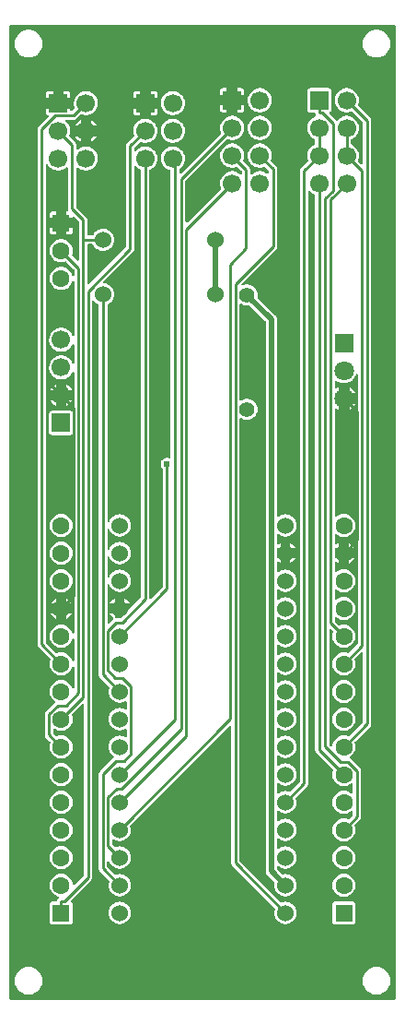
<source format=gtl>
G04 Layer: TopLayer*
G04 EasyEDA v6.5.39, 2024-01-29 12:40:10*
G04 1567c4b6a1884de9a48abf35515e7f19,8c112253a0c947cbb1dd5c82d68696a1,10*
G04 Gerber Generator version 0.2*
G04 Scale: 100 percent, Rotated: No, Reflected: No *
G04 Dimensions in millimeters *
G04 leading zeros omitted , absolute positions ,4 integer and 5 decimal *
%FSLAX45Y45*%
%MOMM*%

%ADD10C,0.2540*%
%ADD11C,0.5020*%
%ADD12R,1.7000X1.7000*%
%ADD13C,1.7000*%
%ADD14R,1.6000X1.6000*%
%ADD15C,1.6000*%
%ADD16C,1.4000*%
%ADD17C,1.5240*%
%ADD18C,1.8000*%
%ADD19R,1.8000X1.8000*%
%ADD20C,0.6100*%
%ADD21C,0.0167*%

%LPD*%
G36*
X36068Y25908D02*
G01*
X32156Y26670D01*
X28905Y28905D01*
X26670Y32156D01*
X25908Y36068D01*
X25908Y8963914D01*
X26670Y8967825D01*
X28905Y8971076D01*
X32156Y8973312D01*
X36068Y8974074D01*
X3563924Y8974074D01*
X3567836Y8973312D01*
X3571087Y8971076D01*
X3573322Y8967825D01*
X3574084Y8963914D01*
X3574084Y36068D01*
X3573322Y32156D01*
X3571087Y28905D01*
X3567836Y26670D01*
X3563924Y25908D01*
G37*

%LPC*%
G36*
X3399993Y72491D02*
G01*
X3415385Y73456D01*
X3430524Y76200D01*
X3445205Y80772D01*
X3459226Y87122D01*
X3472434Y95097D01*
X3484524Y104597D01*
X3495395Y115468D01*
X3504895Y127558D01*
X3512870Y140766D01*
X3519220Y154787D01*
X3523792Y169468D01*
X3526536Y184607D01*
X3527501Y199999D01*
X3526536Y215392D01*
X3523792Y230530D01*
X3519220Y245211D01*
X3512870Y259232D01*
X3504895Y272440D01*
X3495395Y284530D01*
X3484524Y295402D01*
X3472434Y304901D01*
X3459226Y312877D01*
X3445205Y319227D01*
X3430524Y323799D01*
X3415385Y326542D01*
X3399993Y327507D01*
X3384600Y326542D01*
X3369462Y323799D01*
X3354781Y319227D01*
X3340760Y312877D01*
X3327552Y304901D01*
X3315462Y295402D01*
X3304590Y284530D01*
X3295091Y272440D01*
X3287115Y259232D01*
X3280765Y245211D01*
X3276193Y230530D01*
X3273450Y215392D01*
X3272485Y199999D01*
X3273450Y184607D01*
X3276193Y169468D01*
X3280765Y154787D01*
X3287115Y140766D01*
X3295091Y127558D01*
X3304590Y115468D01*
X3315462Y104597D01*
X3327552Y95097D01*
X3340760Y87122D01*
X3354781Y80772D01*
X3369462Y76200D01*
X3384600Y73456D01*
G37*
G36*
X199999Y72491D02*
G01*
X215392Y73456D01*
X230530Y76200D01*
X245211Y80772D01*
X259232Y87122D01*
X272440Y95097D01*
X284530Y104597D01*
X295402Y115468D01*
X304901Y127558D01*
X312877Y140766D01*
X319227Y154787D01*
X323799Y169468D01*
X326542Y184607D01*
X327507Y199999D01*
X326542Y215392D01*
X323799Y230530D01*
X319227Y245211D01*
X312877Y259232D01*
X304901Y272440D01*
X295402Y284530D01*
X284530Y295402D01*
X272440Y304901D01*
X259232Y312877D01*
X245211Y319227D01*
X230530Y323799D01*
X215392Y326542D01*
X199999Y327507D01*
X184607Y326542D01*
X169468Y323799D01*
X154787Y319227D01*
X140766Y312877D01*
X127558Y304901D01*
X115468Y295402D01*
X104597Y284530D01*
X95097Y272440D01*
X87122Y259232D01*
X80772Y245211D01*
X76200Y230530D01*
X73456Y215392D01*
X72491Y199999D01*
X73456Y184607D01*
X76200Y169468D01*
X80772Y154787D01*
X87122Y140766D01*
X95097Y127558D01*
X104597Y115468D01*
X115468Y104597D01*
X127558Y95097D01*
X140766Y87122D01*
X154787Y80772D01*
X169468Y76200D01*
X184607Y73456D01*
G37*
G36*
X3020568Y716076D02*
G01*
X3179419Y716076D01*
X3185769Y716788D01*
X3191205Y718718D01*
X3196082Y721766D01*
X3200196Y725881D01*
X3203295Y730758D01*
X3205175Y736244D01*
X3205886Y742543D01*
X3205886Y901446D01*
X3205175Y907745D01*
X3203295Y913231D01*
X3200196Y918108D01*
X3196082Y922223D01*
X3191205Y925271D01*
X3185769Y927201D01*
X3179419Y927912D01*
X3020568Y927912D01*
X3014218Y927201D01*
X3008782Y925271D01*
X3003905Y922223D01*
X2999790Y918108D01*
X2996692Y913231D01*
X2994812Y907745D01*
X2994101Y901446D01*
X2994101Y742543D01*
X2994812Y736244D01*
X2996692Y730758D01*
X2999790Y725881D01*
X3003905Y721766D01*
X3008782Y718718D01*
X3014218Y716788D01*
G37*
G36*
X420573Y716076D02*
G01*
X579424Y716076D01*
X585774Y716788D01*
X591210Y718718D01*
X596087Y721766D01*
X600202Y725881D01*
X603300Y730758D01*
X605180Y736244D01*
X605891Y742543D01*
X605891Y901446D01*
X605180Y907745D01*
X603300Y913231D01*
X600202Y918108D01*
X596087Y922223D01*
X593242Y924001D01*
X590550Y926439D01*
X588924Y929690D01*
X588518Y933297D01*
X589381Y936802D01*
X591464Y939800D01*
X773582Y1121918D01*
X778713Y1128166D01*
X782269Y1134821D01*
X784453Y1142034D01*
X785266Y1150061D01*
X785266Y6432600D01*
X786130Y6436766D01*
X788670Y6440170D01*
X792378Y6442303D01*
X796645Y6442659D01*
X800658Y6441236D01*
X803757Y6438341D01*
X804875Y6436715D01*
X814019Y6426606D01*
X824433Y6417818D01*
X835914Y6410452D01*
X840486Y6408369D01*
X843584Y6406134D01*
X845667Y6402882D01*
X846378Y6399123D01*
X846378Y3007512D01*
X847191Y2999486D01*
X849376Y2992272D01*
X852932Y2985566D01*
X858062Y2979369D01*
X939342Y2898038D01*
X941425Y2895041D01*
X942289Y2891485D01*
X941882Y2887878D01*
X938682Y2877667D01*
X936447Y2864205D01*
X935990Y2850591D01*
X937310Y2837027D01*
X940511Y2823768D01*
X945387Y2811018D01*
X951941Y2799080D01*
X960018Y2788107D01*
X969518Y2778302D01*
X980236Y2769819D01*
X991971Y2762859D01*
X1004519Y2757576D01*
X1017676Y2753969D01*
X1031189Y2752140D01*
X1044803Y2752140D01*
X1058316Y2753969D01*
X1071473Y2757576D01*
X1084021Y2762859D01*
X1088339Y2765450D01*
X1092352Y2766771D01*
X1096619Y2766364D01*
X1100277Y2764282D01*
X1102817Y2760827D01*
X1103680Y2756662D01*
X1103680Y2697429D01*
X1102868Y2693416D01*
X1100480Y2690063D01*
X1096975Y2687878D01*
X1092911Y2687320D01*
X1088948Y2688386D01*
X1077874Y2693974D01*
X1064971Y2698445D01*
X1051610Y2701188D01*
X1037996Y2702102D01*
X1024382Y2701188D01*
X1011021Y2698445D01*
X998169Y2693974D01*
X985977Y2687828D01*
X974750Y2680106D01*
X964641Y2670962D01*
X955802Y2660548D01*
X948486Y2649067D01*
X942746Y2636672D01*
X938682Y2623667D01*
X936447Y2610205D01*
X935990Y2596591D01*
X937310Y2583027D01*
X940511Y2569768D01*
X945387Y2557018D01*
X951941Y2545080D01*
X960018Y2534107D01*
X969518Y2524302D01*
X980236Y2515819D01*
X991971Y2508859D01*
X1004519Y2503576D01*
X1017676Y2499969D01*
X1031189Y2498140D01*
X1044803Y2498140D01*
X1058316Y2499969D01*
X1071473Y2503576D01*
X1084021Y2508859D01*
X1088339Y2511450D01*
X1092352Y2512771D01*
X1096619Y2512364D01*
X1100277Y2510282D01*
X1102817Y2506827D01*
X1103680Y2502712D01*
X1103680Y2443429D01*
X1102868Y2439416D01*
X1100480Y2436063D01*
X1096975Y2433878D01*
X1092911Y2433320D01*
X1088948Y2434386D01*
X1077874Y2439974D01*
X1064971Y2444445D01*
X1051610Y2447188D01*
X1037996Y2448102D01*
X1024382Y2447188D01*
X1011021Y2444445D01*
X998169Y2439974D01*
X985977Y2433828D01*
X974750Y2426106D01*
X964641Y2416962D01*
X955802Y2406548D01*
X948486Y2395067D01*
X942746Y2382672D01*
X938682Y2369667D01*
X936447Y2356205D01*
X935990Y2342591D01*
X937310Y2329027D01*
X940511Y2315768D01*
X945387Y2303018D01*
X951941Y2291080D01*
X960018Y2280107D01*
X969518Y2270302D01*
X980186Y2261870D01*
X983030Y2258364D01*
X984046Y2253996D01*
X983081Y2249576D01*
X980236Y2245969D01*
X857961Y2123643D01*
X852830Y2117445D01*
X849274Y2110790D01*
X847090Y2103526D01*
X846277Y2095500D01*
X846277Y1229614D01*
X847090Y1221587D01*
X849274Y1214374D01*
X852830Y1207668D01*
X857961Y1201470D01*
X939342Y1120038D01*
X941425Y1117041D01*
X942289Y1113485D01*
X941882Y1109878D01*
X938682Y1099667D01*
X936447Y1086205D01*
X935990Y1072591D01*
X937310Y1059027D01*
X940511Y1045768D01*
X945387Y1033018D01*
X951941Y1021080D01*
X960018Y1010107D01*
X969518Y1000302D01*
X980236Y991819D01*
X991971Y984859D01*
X1004519Y979576D01*
X1017676Y975969D01*
X1031189Y974140D01*
X1044803Y974140D01*
X1058316Y975969D01*
X1071473Y979576D01*
X1084021Y984859D01*
X1095756Y991819D01*
X1106474Y1000302D01*
X1115974Y1010107D01*
X1124051Y1021080D01*
X1130604Y1033018D01*
X1135481Y1045768D01*
X1138682Y1059027D01*
X1140002Y1072591D01*
X1139596Y1086205D01*
X1137310Y1099667D01*
X1133246Y1112672D01*
X1127506Y1125067D01*
X1120190Y1136548D01*
X1111402Y1146962D01*
X1101242Y1156106D01*
X1090015Y1163828D01*
X1077874Y1169974D01*
X1064971Y1174445D01*
X1051610Y1177188D01*
X1037996Y1178102D01*
X1024382Y1177188D01*
X1011021Y1174445D01*
X1004519Y1172210D01*
X1000760Y1171651D01*
X997102Y1172464D01*
X994003Y1174597D01*
X926490Y1242110D01*
X924255Y1245412D01*
X923493Y1249324D01*
X923493Y1289253D01*
X924306Y1293164D01*
X926541Y1296466D01*
X929843Y1298702D01*
X933805Y1299413D01*
X937717Y1298549D01*
X940968Y1296263D01*
X943152Y1292910D01*
X945387Y1287018D01*
X951941Y1275080D01*
X960018Y1264107D01*
X969518Y1254302D01*
X980236Y1245819D01*
X991971Y1238859D01*
X1004519Y1233576D01*
X1017676Y1229969D01*
X1031189Y1228140D01*
X1044803Y1228140D01*
X1058316Y1229969D01*
X1071473Y1233576D01*
X1084021Y1238859D01*
X1095756Y1245819D01*
X1106474Y1254302D01*
X1115974Y1264107D01*
X1124051Y1275080D01*
X1130604Y1287018D01*
X1135481Y1299768D01*
X1138682Y1313027D01*
X1140002Y1326591D01*
X1139596Y1340205D01*
X1137310Y1353667D01*
X1133246Y1366672D01*
X1127506Y1379067D01*
X1120190Y1390548D01*
X1111402Y1400962D01*
X1101242Y1410106D01*
X1090015Y1417828D01*
X1077874Y1423974D01*
X1064971Y1428445D01*
X1051610Y1431188D01*
X1037996Y1432102D01*
X1024382Y1431188D01*
X1011021Y1428445D01*
X1004519Y1426210D01*
X1000760Y1425651D01*
X997102Y1426464D01*
X994003Y1428597D01*
X970940Y1451660D01*
X968756Y1454962D01*
X967994Y1458823D01*
X967994Y1489252D01*
X968857Y1493418D01*
X971346Y1496822D01*
X975055Y1498955D01*
X979271Y1499362D01*
X983284Y1497990D01*
X991971Y1492859D01*
X1004519Y1487576D01*
X1017676Y1483969D01*
X1031189Y1482140D01*
X1044803Y1482140D01*
X1058316Y1483969D01*
X1071473Y1487576D01*
X1084021Y1492859D01*
X1095756Y1499819D01*
X1106474Y1508302D01*
X1115974Y1518107D01*
X1124051Y1529080D01*
X1130604Y1541018D01*
X1135481Y1553768D01*
X1138682Y1567027D01*
X1140002Y1580591D01*
X1139596Y1594205D01*
X1137310Y1607667D01*
X1134160Y1617878D01*
X1133703Y1621485D01*
X1134567Y1625041D01*
X1136650Y1628038D01*
X2046782Y2538171D01*
X2050034Y2540355D01*
X2053945Y2541117D01*
X2057857Y2540355D01*
X2061108Y2538171D01*
X2063343Y2534869D01*
X2064105Y2530957D01*
X2064105Y1281785D01*
X2064918Y1273759D01*
X2067102Y1266545D01*
X2070658Y1259840D01*
X2075789Y1253642D01*
X2463342Y866038D01*
X2465425Y863041D01*
X2466289Y859485D01*
X2465832Y855878D01*
X2462682Y845667D01*
X2460396Y832205D01*
X2459990Y818591D01*
X2461310Y805027D01*
X2464511Y791768D01*
X2469388Y779018D01*
X2475941Y767080D01*
X2484018Y756107D01*
X2493518Y746302D01*
X2504236Y737819D01*
X2515971Y730859D01*
X2528519Y725576D01*
X2541676Y721969D01*
X2555189Y720140D01*
X2568803Y720140D01*
X2582316Y721969D01*
X2595473Y725576D01*
X2608021Y730859D01*
X2619756Y737819D01*
X2630474Y746302D01*
X2639974Y756107D01*
X2648051Y767080D01*
X2654604Y779018D01*
X2659481Y791768D01*
X2662682Y805027D01*
X2664002Y818591D01*
X2663545Y832205D01*
X2661310Y845667D01*
X2657246Y858672D01*
X2651506Y871067D01*
X2644190Y882548D01*
X2635351Y892962D01*
X2625242Y902106D01*
X2614015Y909828D01*
X2601823Y915974D01*
X2588971Y920445D01*
X2575610Y923188D01*
X2561996Y924102D01*
X2548382Y923188D01*
X2535021Y920445D01*
X2528519Y918210D01*
X2524760Y917651D01*
X2521102Y918464D01*
X2518003Y920597D01*
X2144318Y1294282D01*
X2142083Y1297584D01*
X2141321Y1301496D01*
X2141321Y5355640D01*
X2142286Y5359958D01*
X2144979Y5363413D01*
X2148890Y5365445D01*
X2153259Y5365648D01*
X2157323Y5363921D01*
X2159965Y5362092D01*
X2171598Y5356047D01*
X2183942Y5351678D01*
X2196744Y5348986D01*
X2209800Y5348122D01*
X2222855Y5348986D01*
X2235657Y5351678D01*
X2248001Y5356047D01*
X2259634Y5362092D01*
X2270302Y5369610D01*
X2279853Y5378551D01*
X2288133Y5388711D01*
X2294940Y5399887D01*
X2300173Y5411876D01*
X2303678Y5424474D01*
X2305456Y5437479D01*
X2305456Y5450535D01*
X2303678Y5463489D01*
X2300173Y5476087D01*
X2294940Y5488127D01*
X2288133Y5499303D01*
X2279853Y5509463D01*
X2270302Y5518353D01*
X2259634Y5525922D01*
X2248001Y5531967D01*
X2235657Y5536336D01*
X2222855Y5538978D01*
X2209800Y5539892D01*
X2196744Y5538978D01*
X2183942Y5536336D01*
X2171598Y5531967D01*
X2159965Y5525922D01*
X2157323Y5524042D01*
X2153259Y5522366D01*
X2148890Y5522518D01*
X2144979Y5524550D01*
X2142286Y5528056D01*
X2141321Y5532374D01*
X2141321Y6405626D01*
X2142286Y6409944D01*
X2144979Y6413449D01*
X2148890Y6415481D01*
X2153259Y6415633D01*
X2157323Y6413957D01*
X2159965Y6412077D01*
X2171598Y6406032D01*
X2183942Y6401663D01*
X2196744Y6399022D01*
X2209800Y6398107D01*
X2222855Y6399022D01*
X2225598Y6399580D01*
X2228951Y6399733D01*
X2232152Y6398768D01*
X2234844Y6396837D01*
X2378405Y6253276D01*
X2380589Y6249974D01*
X2381351Y6246063D01*
X2381351Y1205839D01*
X2381554Y1201166D01*
X2382164Y1196746D01*
X2383129Y1192428D01*
X2384450Y1188161D01*
X2386177Y1184046D01*
X2388209Y1180134D01*
X2390597Y1176375D01*
X2393289Y1172819D01*
X2396490Y1169365D01*
X2459482Y1106373D01*
X2461361Y1103782D01*
X2462326Y1100683D01*
X2462326Y1097483D01*
X2460396Y1086205D01*
X2459990Y1072591D01*
X2461310Y1059027D01*
X2464511Y1045768D01*
X2469388Y1033018D01*
X2475941Y1021080D01*
X2484018Y1010107D01*
X2493518Y1000302D01*
X2504236Y991819D01*
X2515971Y984859D01*
X2528519Y979576D01*
X2541676Y975969D01*
X2555189Y974140D01*
X2568803Y974140D01*
X2582316Y975969D01*
X2595473Y979576D01*
X2608021Y984859D01*
X2619756Y991819D01*
X2630474Y1000302D01*
X2639974Y1010107D01*
X2648051Y1021080D01*
X2654604Y1033018D01*
X2659481Y1045768D01*
X2662682Y1059027D01*
X2664002Y1072591D01*
X2663545Y1086205D01*
X2661310Y1099667D01*
X2657246Y1112672D01*
X2651506Y1125067D01*
X2644190Y1136548D01*
X2635351Y1146962D01*
X2625242Y1156106D01*
X2614015Y1163828D01*
X2601823Y1169974D01*
X2588971Y1174445D01*
X2575610Y1177188D01*
X2561996Y1178102D01*
X2548382Y1177188D01*
X2540914Y1175664D01*
X2537612Y1175512D01*
X2534412Y1176477D01*
X2531719Y1178407D01*
X2486355Y1223772D01*
X2484170Y1227074D01*
X2483408Y1230934D01*
X2483408Y1241298D01*
X2484374Y1245717D01*
X2487218Y1249222D01*
X2491282Y1251204D01*
X2495753Y1251204D01*
X2499868Y1249273D01*
X2504236Y1245819D01*
X2515971Y1238859D01*
X2528519Y1233576D01*
X2541676Y1229969D01*
X2555189Y1228140D01*
X2568803Y1228140D01*
X2582316Y1229969D01*
X2595473Y1233576D01*
X2608021Y1238859D01*
X2619756Y1245819D01*
X2630474Y1254302D01*
X2639974Y1264107D01*
X2648051Y1275080D01*
X2654604Y1287018D01*
X2659481Y1299768D01*
X2662682Y1313027D01*
X2664002Y1326591D01*
X2663545Y1340205D01*
X2661310Y1353667D01*
X2657246Y1366672D01*
X2651506Y1379067D01*
X2644190Y1390548D01*
X2635351Y1400962D01*
X2625242Y1410106D01*
X2614015Y1417828D01*
X2601823Y1423974D01*
X2588971Y1428445D01*
X2575610Y1431188D01*
X2561996Y1432102D01*
X2548382Y1431188D01*
X2535021Y1428445D01*
X2522118Y1423974D01*
X2509977Y1417828D01*
X2499309Y1410512D01*
X2495245Y1408836D01*
X2490876Y1409090D01*
X2486964Y1411122D01*
X2484323Y1414627D01*
X2483408Y1418894D01*
X2483408Y1495298D01*
X2484374Y1499717D01*
X2487218Y1503222D01*
X2491282Y1505204D01*
X2495753Y1505204D01*
X2499868Y1503273D01*
X2504236Y1499819D01*
X2515971Y1492859D01*
X2528519Y1487576D01*
X2541676Y1483969D01*
X2555189Y1482140D01*
X2568803Y1482140D01*
X2582316Y1483969D01*
X2595473Y1487576D01*
X2608021Y1492859D01*
X2619756Y1499819D01*
X2630474Y1508302D01*
X2639974Y1518107D01*
X2648051Y1529080D01*
X2654604Y1541018D01*
X2659481Y1553768D01*
X2662682Y1567027D01*
X2664002Y1580591D01*
X2663545Y1594205D01*
X2661310Y1607667D01*
X2657246Y1620672D01*
X2651506Y1633067D01*
X2644190Y1644548D01*
X2635351Y1654962D01*
X2625242Y1664106D01*
X2614015Y1671828D01*
X2601823Y1677974D01*
X2588971Y1682445D01*
X2575610Y1685188D01*
X2561996Y1686102D01*
X2548382Y1685188D01*
X2535021Y1682445D01*
X2522118Y1677974D01*
X2509977Y1671828D01*
X2499309Y1664512D01*
X2495245Y1662836D01*
X2490876Y1663090D01*
X2486964Y1665122D01*
X2484323Y1668627D01*
X2483408Y1672894D01*
X2483408Y1749298D01*
X2484374Y1753717D01*
X2487218Y1757222D01*
X2491282Y1759204D01*
X2495753Y1759204D01*
X2499868Y1757273D01*
X2504236Y1753819D01*
X2515971Y1746859D01*
X2528519Y1741576D01*
X2541676Y1737969D01*
X2555189Y1736140D01*
X2568803Y1736140D01*
X2582316Y1737969D01*
X2595473Y1741576D01*
X2608021Y1746859D01*
X2619756Y1753819D01*
X2630474Y1762302D01*
X2639974Y1772107D01*
X2648051Y1783080D01*
X2654604Y1795018D01*
X2659481Y1807768D01*
X2662682Y1821027D01*
X2664002Y1834591D01*
X2663545Y1848205D01*
X2661310Y1861667D01*
X2658110Y1871878D01*
X2657703Y1875485D01*
X2658567Y1879041D01*
X2660650Y1882038D01*
X2758998Y1980387D01*
X2764129Y1986635D01*
X2767685Y1993290D01*
X2769870Y2000504D01*
X2770682Y2008530D01*
X2770682Y7440777D01*
X2771444Y7444740D01*
X2773730Y7448092D01*
X2777134Y7450226D01*
X2781147Y7450937D01*
X2785059Y7449972D01*
X2788361Y7447584D01*
X2795828Y7439304D01*
X2806649Y7430109D01*
X2818587Y7422388D01*
X2828645Y7417511D01*
X2831693Y7415275D01*
X2833674Y7412075D01*
X2834386Y7408367D01*
X2834386Y2319477D01*
X2835198Y2311450D01*
X2837383Y2304237D01*
X2840939Y2297582D01*
X2846070Y2291334D01*
X2998368Y2138984D01*
X3000502Y2135936D01*
X3001365Y2132279D01*
X3000806Y2128570D01*
X2997708Y2119376D01*
X2995015Y2105812D01*
X2994101Y2091994D01*
X2995015Y2078177D01*
X2997708Y2064613D01*
X3002178Y2051456D01*
X3008274Y2039061D01*
X3015996Y2027529D01*
X3025140Y2017115D01*
X3035554Y2007971D01*
X3047034Y2000300D01*
X3059480Y1994154D01*
X3072587Y1989734D01*
X3086150Y1986991D01*
X3099968Y1986127D01*
X3113836Y1986991D01*
X3127400Y1989734D01*
X3140506Y1994154D01*
X3152952Y2000300D01*
X3164433Y2007971D01*
X3166059Y2009393D01*
X3169412Y2011375D01*
X3173222Y2011934D01*
X3176981Y2011019D01*
X3180080Y2008784D01*
X3182213Y2005533D01*
X3182924Y2001774D01*
X3182924Y1928215D01*
X3182213Y1924456D01*
X3180080Y1921205D01*
X3176981Y1918970D01*
X3173222Y1918055D01*
X3169412Y1918614D01*
X3166059Y1920595D01*
X3164433Y1922018D01*
X3152952Y1929688D01*
X3140506Y1935835D01*
X3127400Y1940255D01*
X3113836Y1942998D01*
X3099968Y1943862D01*
X3086150Y1942998D01*
X3072587Y1940255D01*
X3059480Y1935835D01*
X3047034Y1929688D01*
X3035554Y1922018D01*
X3025140Y1912874D01*
X3015996Y1902460D01*
X3008274Y1890928D01*
X3002178Y1878533D01*
X2997708Y1865375D01*
X2995015Y1851812D01*
X2994101Y1837994D01*
X2995015Y1824177D01*
X2997708Y1810613D01*
X3002178Y1797456D01*
X3008274Y1785061D01*
X3015996Y1773529D01*
X3025140Y1763115D01*
X3035554Y1753971D01*
X3047034Y1746300D01*
X3059480Y1740154D01*
X3072587Y1735734D01*
X3086150Y1732991D01*
X3099968Y1732127D01*
X3113836Y1732991D01*
X3127400Y1735734D01*
X3140506Y1740154D01*
X3152952Y1746300D01*
X3164433Y1753971D01*
X3166059Y1755393D01*
X3169412Y1757375D01*
X3173222Y1757934D01*
X3176981Y1757019D01*
X3180080Y1754784D01*
X3182213Y1751533D01*
X3182924Y1747774D01*
X3182924Y1725726D01*
X3182162Y1721866D01*
X3179927Y1718564D01*
X3147009Y1685594D01*
X3143910Y1683512D01*
X3140252Y1682648D01*
X3136544Y1683156D01*
X3127400Y1686255D01*
X3113836Y1688998D01*
X3099968Y1689862D01*
X3086150Y1688998D01*
X3072587Y1686255D01*
X3059480Y1681835D01*
X3047034Y1675688D01*
X3035554Y1668018D01*
X3025140Y1658874D01*
X3015996Y1648460D01*
X3008274Y1636928D01*
X3002178Y1624533D01*
X2997708Y1611376D01*
X2995015Y1597812D01*
X2994101Y1583994D01*
X2995015Y1570177D01*
X2997708Y1556613D01*
X3002178Y1543456D01*
X3008274Y1531061D01*
X3015996Y1519529D01*
X3025140Y1509115D01*
X3035554Y1499971D01*
X3047034Y1492300D01*
X3059480Y1486154D01*
X3072587Y1481734D01*
X3086150Y1478991D01*
X3099968Y1478127D01*
X3113836Y1478991D01*
X3127400Y1481734D01*
X3140506Y1486154D01*
X3152952Y1492300D01*
X3164433Y1499971D01*
X3174847Y1509115D01*
X3183991Y1519529D01*
X3191713Y1531061D01*
X3197809Y1543456D01*
X3202279Y1556613D01*
X3204972Y1570177D01*
X3205886Y1583994D01*
X3204972Y1597812D01*
X3202279Y1611376D01*
X3199180Y1620570D01*
X3198622Y1624279D01*
X3199485Y1627936D01*
X3201619Y1630984D01*
X3248456Y1677873D01*
X3253587Y1684121D01*
X3257143Y1690776D01*
X3259328Y1697989D01*
X3260140Y1706016D01*
X3260140Y2122830D01*
X3259328Y2130856D01*
X3257143Y2138070D01*
X3253587Y2144725D01*
X3248456Y2150973D01*
X3167888Y2231542D01*
X3161690Y2236673D01*
X3157118Y2239111D01*
X3153918Y2241753D01*
X3152038Y2245512D01*
X3151835Y2249627D01*
X3153359Y2253538D01*
X3156254Y2256485D01*
X3164433Y2261971D01*
X3174847Y2271115D01*
X3183991Y2281529D01*
X3191713Y2293061D01*
X3197809Y2305456D01*
X3202279Y2318613D01*
X3204972Y2332177D01*
X3205886Y2345994D01*
X3204972Y2359812D01*
X3202279Y2373376D01*
X3199180Y2382570D01*
X3198622Y2386279D01*
X3199485Y2389936D01*
X3201619Y2392984D01*
X3340557Y2531973D01*
X3345687Y2538171D01*
X3349244Y2544876D01*
X3351428Y2552090D01*
X3352241Y2560116D01*
X3352241Y8093862D01*
X3351428Y8101888D01*
X3349244Y8109153D01*
X3345687Y8115808D01*
X3340557Y8122005D01*
X3232454Y8230108D01*
X3230321Y8233257D01*
X3229508Y8237016D01*
X3230118Y8240826D01*
X3233318Y8249412D01*
X3236468Y8263280D01*
X3237839Y8277453D01*
X3237382Y8291626D01*
X3235096Y8305647D01*
X3231083Y8319262D01*
X3225292Y8332266D01*
X3217926Y8344408D01*
X3209086Y8355533D01*
X3198876Y8365439D01*
X3187496Y8373922D01*
X3175101Y8380882D01*
X3161944Y8386216D01*
X3148177Y8389823D01*
X3134106Y8391652D01*
X3119882Y8391652D01*
X3105810Y8389823D01*
X3092043Y8386216D01*
X3078886Y8380882D01*
X3066491Y8373922D01*
X3055112Y8365439D01*
X3044901Y8355533D01*
X3036062Y8344408D01*
X3028696Y8332266D01*
X3022955Y8319262D01*
X3018891Y8305647D01*
X3016605Y8291626D01*
X3016148Y8277453D01*
X3017520Y8263280D01*
X3020669Y8249412D01*
X3025597Y8236102D01*
X3032150Y8223503D01*
X3040278Y8211870D01*
X3049828Y8201304D01*
X3060649Y8192109D01*
X3072587Y8184388D01*
X3085388Y8178190D01*
X3098850Y8173720D01*
X3112820Y8171027D01*
X3126994Y8170113D01*
X3141167Y8171027D01*
X3155137Y8173720D01*
X3167583Y8177885D01*
X3171291Y8178393D01*
X3174898Y8177530D01*
X3177997Y8175396D01*
X3272028Y8081365D01*
X3274212Y8078063D01*
X3275025Y8074152D01*
X3275025Y7704124D01*
X3274212Y7700213D01*
X3272028Y7696911D01*
X3268726Y7694726D01*
X3264865Y7693964D01*
X3260953Y7694726D01*
X3257651Y7696911D01*
X3232454Y7722108D01*
X3230321Y7725257D01*
X3229508Y7729016D01*
X3230118Y7732826D01*
X3233318Y7741412D01*
X3236468Y7755280D01*
X3237839Y7769453D01*
X3237382Y7783626D01*
X3235096Y7797647D01*
X3231083Y7811262D01*
X3225292Y7824266D01*
X3217926Y7836408D01*
X3209086Y7847533D01*
X3198876Y7857439D01*
X3187496Y7865922D01*
X3175101Y7872882D01*
X3171952Y7874152D01*
X3168599Y7876387D01*
X3166364Y7879689D01*
X3165602Y7883601D01*
X3165602Y7916367D01*
X3166313Y7920075D01*
X3168294Y7923275D01*
X3171342Y7925511D01*
X3181400Y7930388D01*
X3193338Y7938109D01*
X3204159Y7947304D01*
X3213709Y7957870D01*
X3221837Y7969503D01*
X3228390Y7982102D01*
X3233318Y7995412D01*
X3236468Y8009280D01*
X3237839Y8023453D01*
X3237382Y8037626D01*
X3235096Y8051647D01*
X3231083Y8065262D01*
X3225292Y8078266D01*
X3217926Y8090408D01*
X3209086Y8101533D01*
X3198876Y8111439D01*
X3187496Y8119922D01*
X3175101Y8126882D01*
X3161944Y8132216D01*
X3148177Y8135823D01*
X3134106Y8137652D01*
X3119882Y8137652D01*
X3105810Y8135823D01*
X3092043Y8132216D01*
X3078886Y8126882D01*
X3066491Y8119922D01*
X3055112Y8111439D01*
X3044901Y8101533D01*
X3042005Y8097875D01*
X3038703Y8095183D01*
X3034639Y8094065D01*
X3030423Y8094725D01*
X3026867Y8097012D01*
X2967177Y8156752D01*
X2965094Y8159699D01*
X2964180Y8163255D01*
X2964586Y8166862D01*
X2966262Y8170062D01*
X2968955Y8172551D01*
X2974086Y8175802D01*
X2978200Y8179866D01*
X2981299Y8184794D01*
X2983179Y8190230D01*
X2983890Y8196580D01*
X2983890Y8365388D01*
X2983179Y8371738D01*
X2981299Y8377174D01*
X2978200Y8382101D01*
X2974086Y8386165D01*
X2969209Y8389264D01*
X2963722Y8391194D01*
X2957423Y8391906D01*
X2788564Y8391906D01*
X2782265Y8391194D01*
X2776778Y8389264D01*
X2771902Y8386165D01*
X2767787Y8382101D01*
X2764688Y8377174D01*
X2762808Y8371738D01*
X2762097Y8365388D01*
X2762097Y8196580D01*
X2762808Y8190230D01*
X2764688Y8184794D01*
X2767787Y8179866D01*
X2771902Y8175802D01*
X2776778Y8172703D01*
X2782265Y8170773D01*
X2788564Y8170062D01*
X2825038Y8170062D01*
X2828696Y8169402D01*
X2831846Y8167420D01*
X2834081Y8164474D01*
X2837383Y8153349D01*
X2841447Y8145729D01*
X2842615Y8141665D01*
X2842056Y8137499D01*
X2839821Y8133892D01*
X2836316Y8131505D01*
X2824886Y8126882D01*
X2812491Y8119922D01*
X2801112Y8111439D01*
X2790901Y8101533D01*
X2782062Y8090408D01*
X2774696Y8078266D01*
X2768955Y8065262D01*
X2764891Y8051647D01*
X2762605Y8037626D01*
X2762148Y8023453D01*
X2763520Y8009280D01*
X2766669Y7995412D01*
X2771597Y7982102D01*
X2778150Y7969503D01*
X2786278Y7957870D01*
X2795828Y7947304D01*
X2806649Y7938109D01*
X2818587Y7930388D01*
X2828645Y7925511D01*
X2831693Y7923275D01*
X2833674Y7920075D01*
X2834386Y7916367D01*
X2834386Y7883601D01*
X2833624Y7879689D01*
X2831388Y7876387D01*
X2828036Y7874152D01*
X2824886Y7872882D01*
X2812491Y7865922D01*
X2801112Y7857439D01*
X2790901Y7847533D01*
X2782062Y7836408D01*
X2774696Y7824266D01*
X2768955Y7811262D01*
X2764891Y7797647D01*
X2762605Y7783626D01*
X2762148Y7769453D01*
X2763520Y7755280D01*
X2766669Y7741412D01*
X2769870Y7732826D01*
X2770479Y7729016D01*
X2769666Y7725257D01*
X2767533Y7722108D01*
X2705252Y7659827D01*
X2699969Y7653477D01*
X2696413Y7646822D01*
X2694228Y7639608D01*
X2693466Y7631582D01*
X2693466Y2028240D01*
X2692654Y2024380D01*
X2690469Y2021078D01*
X2605989Y1936597D01*
X2602890Y1934464D01*
X2599232Y1933651D01*
X2595473Y1934210D01*
X2588971Y1936445D01*
X2575610Y1939188D01*
X2561996Y1940102D01*
X2548382Y1939188D01*
X2535021Y1936445D01*
X2522118Y1931974D01*
X2509977Y1925828D01*
X2499309Y1918512D01*
X2495245Y1916836D01*
X2490876Y1917090D01*
X2486964Y1919122D01*
X2484323Y1922627D01*
X2483408Y1926894D01*
X2483408Y2003298D01*
X2484374Y2007717D01*
X2487218Y2011222D01*
X2491282Y2013204D01*
X2495753Y2013204D01*
X2499868Y2011273D01*
X2504236Y2007819D01*
X2515971Y2000859D01*
X2528519Y1995576D01*
X2541676Y1991969D01*
X2555189Y1990140D01*
X2568803Y1990140D01*
X2582316Y1991969D01*
X2595473Y1995576D01*
X2608021Y2000859D01*
X2619756Y2007819D01*
X2630474Y2016302D01*
X2639974Y2026107D01*
X2648051Y2037080D01*
X2654604Y2049018D01*
X2659481Y2061768D01*
X2662682Y2075027D01*
X2664002Y2088591D01*
X2663545Y2102205D01*
X2661310Y2115667D01*
X2657246Y2128672D01*
X2651506Y2141067D01*
X2644190Y2152548D01*
X2635351Y2162962D01*
X2625242Y2172106D01*
X2614015Y2179828D01*
X2601823Y2185974D01*
X2588971Y2190445D01*
X2575610Y2193188D01*
X2561996Y2194102D01*
X2548382Y2193188D01*
X2535021Y2190445D01*
X2522118Y2185974D01*
X2509977Y2179828D01*
X2499309Y2172512D01*
X2495245Y2170836D01*
X2490876Y2171090D01*
X2486964Y2173122D01*
X2484323Y2176627D01*
X2483408Y2180894D01*
X2483408Y2257298D01*
X2484374Y2261717D01*
X2487218Y2265222D01*
X2491282Y2267204D01*
X2495753Y2267204D01*
X2499868Y2265273D01*
X2504236Y2261819D01*
X2515971Y2254859D01*
X2528519Y2249576D01*
X2541676Y2245969D01*
X2555189Y2244140D01*
X2568803Y2244140D01*
X2582316Y2245969D01*
X2595473Y2249576D01*
X2608021Y2254859D01*
X2619756Y2261819D01*
X2630474Y2270302D01*
X2639974Y2280107D01*
X2648051Y2291080D01*
X2654604Y2303018D01*
X2659481Y2315768D01*
X2662682Y2329027D01*
X2664002Y2342591D01*
X2663545Y2356205D01*
X2661310Y2369667D01*
X2657246Y2382672D01*
X2651506Y2395067D01*
X2644190Y2406548D01*
X2635351Y2416962D01*
X2625242Y2426106D01*
X2614015Y2433828D01*
X2601823Y2439974D01*
X2588971Y2444445D01*
X2575610Y2447188D01*
X2561996Y2448102D01*
X2548382Y2447188D01*
X2535021Y2444445D01*
X2522118Y2439974D01*
X2509977Y2433828D01*
X2499309Y2426512D01*
X2495245Y2424836D01*
X2490876Y2425090D01*
X2486964Y2427122D01*
X2484323Y2430627D01*
X2483408Y2434894D01*
X2483408Y2511298D01*
X2484374Y2515717D01*
X2487218Y2519222D01*
X2491282Y2521204D01*
X2495753Y2521204D01*
X2499868Y2519273D01*
X2504236Y2515819D01*
X2515971Y2508859D01*
X2528519Y2503576D01*
X2541676Y2499969D01*
X2555189Y2498140D01*
X2568803Y2498140D01*
X2582316Y2499969D01*
X2595473Y2503576D01*
X2608021Y2508859D01*
X2619756Y2515819D01*
X2630474Y2524302D01*
X2639974Y2534107D01*
X2648051Y2545080D01*
X2654604Y2557018D01*
X2659481Y2569768D01*
X2662682Y2583027D01*
X2664002Y2596591D01*
X2663545Y2610205D01*
X2661310Y2623667D01*
X2657246Y2636672D01*
X2651506Y2649067D01*
X2644190Y2660548D01*
X2635351Y2670962D01*
X2625242Y2680106D01*
X2614015Y2687828D01*
X2601823Y2693974D01*
X2588971Y2698445D01*
X2575610Y2701188D01*
X2561996Y2702052D01*
X2548382Y2701188D01*
X2535021Y2698445D01*
X2522118Y2693974D01*
X2509977Y2687828D01*
X2499309Y2680512D01*
X2495245Y2678836D01*
X2490876Y2679090D01*
X2486964Y2681122D01*
X2484323Y2684576D01*
X2483408Y2688894D01*
X2483408Y2765298D01*
X2484374Y2769717D01*
X2487218Y2773222D01*
X2491282Y2775204D01*
X2495753Y2775204D01*
X2499868Y2773273D01*
X2504236Y2769819D01*
X2515971Y2762859D01*
X2528519Y2757576D01*
X2541676Y2753969D01*
X2555189Y2752140D01*
X2568803Y2752140D01*
X2582316Y2753969D01*
X2595473Y2757576D01*
X2608021Y2762859D01*
X2619756Y2769819D01*
X2630474Y2778302D01*
X2639974Y2788107D01*
X2648051Y2799080D01*
X2654604Y2811018D01*
X2659481Y2823768D01*
X2662682Y2837027D01*
X2664002Y2850591D01*
X2663545Y2864205D01*
X2661310Y2877667D01*
X2657246Y2890672D01*
X2651506Y2903067D01*
X2644190Y2914548D01*
X2635351Y2924962D01*
X2625242Y2934106D01*
X2614015Y2941828D01*
X2601823Y2947974D01*
X2588971Y2952445D01*
X2575610Y2955188D01*
X2561996Y2956052D01*
X2548382Y2955188D01*
X2535021Y2952445D01*
X2522118Y2947974D01*
X2509977Y2941828D01*
X2499309Y2934512D01*
X2495245Y2932836D01*
X2490876Y2933090D01*
X2486964Y2935122D01*
X2484323Y2938576D01*
X2483408Y2942894D01*
X2483408Y3019298D01*
X2484374Y3023717D01*
X2487218Y3027222D01*
X2491282Y3029204D01*
X2495753Y3029204D01*
X2499868Y3027273D01*
X2504236Y3023819D01*
X2515971Y3016859D01*
X2528519Y3011576D01*
X2541676Y3007969D01*
X2555189Y3006140D01*
X2568803Y3006140D01*
X2582316Y3007969D01*
X2595473Y3011576D01*
X2608021Y3016859D01*
X2619756Y3023819D01*
X2630474Y3032302D01*
X2639974Y3042107D01*
X2648051Y3053080D01*
X2654604Y3065018D01*
X2659481Y3077768D01*
X2662682Y3091027D01*
X2664002Y3104591D01*
X2663545Y3118205D01*
X2661310Y3131667D01*
X2657246Y3144672D01*
X2651506Y3157067D01*
X2644190Y3168548D01*
X2635351Y3178962D01*
X2625242Y3188106D01*
X2614015Y3195828D01*
X2601823Y3201974D01*
X2588971Y3206445D01*
X2575610Y3209188D01*
X2561996Y3210052D01*
X2548382Y3209188D01*
X2535021Y3206445D01*
X2522118Y3201974D01*
X2509977Y3195828D01*
X2499309Y3188512D01*
X2495245Y3186836D01*
X2490876Y3187090D01*
X2486964Y3189122D01*
X2484323Y3192576D01*
X2483408Y3196894D01*
X2483408Y3273298D01*
X2484374Y3277717D01*
X2487218Y3281222D01*
X2491282Y3283204D01*
X2495753Y3283204D01*
X2499868Y3281273D01*
X2504236Y3277819D01*
X2515971Y3270859D01*
X2528519Y3265576D01*
X2541676Y3261969D01*
X2555189Y3260140D01*
X2568803Y3260140D01*
X2582316Y3261969D01*
X2595473Y3265576D01*
X2608021Y3270859D01*
X2619756Y3277819D01*
X2630474Y3286302D01*
X2639974Y3296107D01*
X2648051Y3307079D01*
X2654604Y3319018D01*
X2659481Y3331768D01*
X2662682Y3345027D01*
X2664002Y3358591D01*
X2663545Y3372205D01*
X2661310Y3385667D01*
X2657246Y3398672D01*
X2651506Y3411067D01*
X2644190Y3422548D01*
X2635351Y3432962D01*
X2625242Y3442106D01*
X2614015Y3449828D01*
X2601823Y3455974D01*
X2588971Y3460445D01*
X2575610Y3463188D01*
X2561996Y3464051D01*
X2548382Y3463188D01*
X2535021Y3460445D01*
X2522118Y3455974D01*
X2509977Y3449828D01*
X2499309Y3442512D01*
X2495245Y3440836D01*
X2490876Y3441090D01*
X2486964Y3443122D01*
X2484323Y3446576D01*
X2483408Y3450894D01*
X2483408Y3527298D01*
X2484374Y3531717D01*
X2487218Y3535222D01*
X2491282Y3537204D01*
X2495753Y3537204D01*
X2499868Y3535273D01*
X2504236Y3531819D01*
X2515971Y3524859D01*
X2528519Y3519576D01*
X2541676Y3515969D01*
X2555189Y3514140D01*
X2568803Y3514140D01*
X2582316Y3515969D01*
X2595473Y3519576D01*
X2608021Y3524859D01*
X2619756Y3531819D01*
X2630474Y3540302D01*
X2639974Y3550107D01*
X2648051Y3561079D01*
X2654604Y3573018D01*
X2659481Y3585768D01*
X2662682Y3599027D01*
X2664002Y3612591D01*
X2663545Y3626205D01*
X2661310Y3639667D01*
X2657246Y3652672D01*
X2651506Y3665067D01*
X2644190Y3676548D01*
X2635351Y3686962D01*
X2625242Y3696106D01*
X2614015Y3703828D01*
X2601823Y3709974D01*
X2588971Y3714445D01*
X2575610Y3717188D01*
X2561996Y3718051D01*
X2548382Y3717188D01*
X2535021Y3714445D01*
X2522118Y3709974D01*
X2509977Y3703828D01*
X2499309Y3696512D01*
X2495245Y3694836D01*
X2490876Y3695090D01*
X2486964Y3697122D01*
X2484323Y3700576D01*
X2483408Y3704894D01*
X2483408Y3781298D01*
X2484374Y3785717D01*
X2487218Y3789222D01*
X2491282Y3791204D01*
X2495753Y3791204D01*
X2499868Y3789273D01*
X2504236Y3785819D01*
X2515971Y3778859D01*
X2528519Y3773576D01*
X2541676Y3769969D01*
X2555189Y3768140D01*
X2568803Y3768140D01*
X2582316Y3769969D01*
X2595473Y3773576D01*
X2608021Y3778859D01*
X2619756Y3785819D01*
X2630474Y3794302D01*
X2639974Y3804056D01*
X2648051Y3815079D01*
X2654604Y3827018D01*
X2659481Y3839768D01*
X2662682Y3853027D01*
X2664002Y3866591D01*
X2663545Y3880205D01*
X2661310Y3893667D01*
X2657246Y3906672D01*
X2651506Y3919067D01*
X2644190Y3930548D01*
X2635351Y3940962D01*
X2625242Y3950106D01*
X2614015Y3957828D01*
X2601823Y3963974D01*
X2588971Y3968445D01*
X2575610Y3971188D01*
X2561996Y3972051D01*
X2548382Y3971188D01*
X2535021Y3968445D01*
X2522118Y3963974D01*
X2509977Y3957828D01*
X2499309Y3950512D01*
X2495245Y3948836D01*
X2490876Y3949090D01*
X2486964Y3951122D01*
X2484323Y3954576D01*
X2483408Y3958894D01*
X2483408Y4035298D01*
X2484374Y4039717D01*
X2487218Y4043222D01*
X2491282Y4045204D01*
X2495753Y4045204D01*
X2499868Y4043273D01*
X2504236Y4039819D01*
X2515971Y4032859D01*
X2517546Y4032199D01*
X2517546Y4079544D01*
X2493568Y4079544D01*
X2489657Y4080306D01*
X2486355Y4082491D01*
X2484170Y4085793D01*
X2483408Y4089704D01*
X2483408Y4158284D01*
X2484170Y4162145D01*
X2486355Y4165447D01*
X2489657Y4167682D01*
X2493568Y4168444D01*
X2517546Y4168444D01*
X2517546Y4215638D01*
X2509977Y4211828D01*
X2499309Y4204512D01*
X2495245Y4202836D01*
X2490876Y4203090D01*
X2486964Y4205122D01*
X2484323Y4208576D01*
X2483408Y4212894D01*
X2483408Y4289298D01*
X2484374Y4293717D01*
X2487218Y4297222D01*
X2491282Y4299204D01*
X2495753Y4299204D01*
X2499868Y4297273D01*
X2504236Y4293819D01*
X2515971Y4286859D01*
X2528519Y4281576D01*
X2541676Y4277969D01*
X2555189Y4276140D01*
X2568803Y4276140D01*
X2582316Y4277969D01*
X2595473Y4281576D01*
X2608021Y4286859D01*
X2619756Y4293819D01*
X2630474Y4302302D01*
X2639974Y4312056D01*
X2648051Y4323080D01*
X2654604Y4335018D01*
X2659481Y4347768D01*
X2662682Y4361027D01*
X2664002Y4374591D01*
X2663545Y4388205D01*
X2661310Y4401667D01*
X2657246Y4414672D01*
X2651506Y4427067D01*
X2644190Y4438548D01*
X2635351Y4448962D01*
X2625242Y4458106D01*
X2614015Y4465828D01*
X2601823Y4471974D01*
X2588971Y4476445D01*
X2575610Y4479188D01*
X2561996Y4480052D01*
X2548382Y4479188D01*
X2535021Y4476445D01*
X2522118Y4471974D01*
X2509977Y4465828D01*
X2499309Y4458512D01*
X2495245Y4456836D01*
X2490876Y4457090D01*
X2486964Y4459122D01*
X2484323Y4462576D01*
X2483408Y4466894D01*
X2483408Y6271209D01*
X2483205Y6275882D01*
X2482596Y6280251D01*
X2481630Y6284620D01*
X2480310Y6288836D01*
X2478582Y6292951D01*
X2476550Y6296914D01*
X2474163Y6300673D01*
X2471470Y6304178D01*
X2468270Y6307632D01*
X2306980Y6468973D01*
X2305151Y6471462D01*
X2304135Y6474409D01*
X2304084Y6477508D01*
X2305456Y6487464D01*
X2305456Y6500520D01*
X2303678Y6513525D01*
X2300173Y6526123D01*
X2294940Y6538112D01*
X2288133Y6549288D01*
X2279853Y6559448D01*
X2270302Y6568389D01*
X2259634Y6575907D01*
X2248001Y6581952D01*
X2235657Y6586321D01*
X2222855Y6589014D01*
X2209800Y6589877D01*
X2196744Y6589014D01*
X2183942Y6586321D01*
X2171496Y6581902D01*
X2167585Y6580784D01*
X2163521Y6581292D01*
X2160016Y6583375D01*
X2157577Y6586677D01*
X2156663Y6590690D01*
X2157374Y6594703D01*
X2159660Y6598107D01*
X2477211Y6915708D01*
X2482342Y6921906D01*
X2485898Y6928612D01*
X2488082Y6935825D01*
X2488895Y6943852D01*
X2488895Y7649209D01*
X2488082Y7657236D01*
X2485898Y7664450D01*
X2482342Y7671104D01*
X2477211Y7677353D01*
X2432456Y7722108D01*
X2430322Y7725257D01*
X2429510Y7729016D01*
X2430119Y7732826D01*
X2433320Y7741412D01*
X2436469Y7755280D01*
X2437841Y7769453D01*
X2437384Y7783626D01*
X2435098Y7797647D01*
X2431084Y7811262D01*
X2425293Y7824266D01*
X2417927Y7836408D01*
X2409088Y7847533D01*
X2398877Y7857439D01*
X2387498Y7865922D01*
X2375103Y7872882D01*
X2361946Y7878216D01*
X2348179Y7881823D01*
X2334107Y7883652D01*
X2319883Y7883652D01*
X2305812Y7881823D01*
X2292045Y7878216D01*
X2278888Y7872882D01*
X2266492Y7865922D01*
X2255113Y7857439D01*
X2244902Y7847533D01*
X2236063Y7836408D01*
X2228697Y7824266D01*
X2222957Y7811262D01*
X2218893Y7797647D01*
X2216607Y7783626D01*
X2216150Y7769453D01*
X2217521Y7755280D01*
X2220671Y7741412D01*
X2225598Y7728102D01*
X2232152Y7715503D01*
X2240280Y7703870D01*
X2249830Y7693304D01*
X2260650Y7684109D01*
X2272588Y7676388D01*
X2285390Y7670190D01*
X2298852Y7665720D01*
X2312822Y7663027D01*
X2326995Y7662113D01*
X2341168Y7663027D01*
X2355138Y7665720D01*
X2367584Y7669885D01*
X2371293Y7670393D01*
X2374900Y7669530D01*
X2377998Y7667396D01*
X2408682Y7636662D01*
X2410917Y7633360D01*
X2411679Y7629499D01*
X2411679Y7614107D01*
X2410714Y7609789D01*
X2407970Y7606284D01*
X2403957Y7604252D01*
X2399538Y7604150D01*
X2395423Y7605979D01*
X2387498Y7611922D01*
X2375103Y7618882D01*
X2361946Y7624216D01*
X2348179Y7627823D01*
X2334107Y7629652D01*
X2319883Y7629652D01*
X2305812Y7627823D01*
X2292045Y7624216D01*
X2278888Y7618882D01*
X2266492Y7611922D01*
X2254859Y7603236D01*
X2250744Y7601407D01*
X2246325Y7601508D01*
X2242312Y7603490D01*
X2239568Y7606995D01*
X2238603Y7611364D01*
X2238603Y7645501D01*
X2237790Y7653528D01*
X2235606Y7660741D01*
X2232050Y7667396D01*
X2226919Y7673644D01*
X2178456Y7722108D01*
X2176322Y7725257D01*
X2175510Y7729016D01*
X2176119Y7732826D01*
X2179320Y7741412D01*
X2182469Y7755280D01*
X2183841Y7769453D01*
X2183384Y7783626D01*
X2181098Y7797647D01*
X2177084Y7811262D01*
X2171293Y7824266D01*
X2163927Y7836408D01*
X2155088Y7847533D01*
X2144877Y7857439D01*
X2133498Y7865922D01*
X2121103Y7872882D01*
X2107946Y7878216D01*
X2094179Y7881823D01*
X2080107Y7883652D01*
X2065883Y7883652D01*
X2051812Y7881823D01*
X2038045Y7878216D01*
X2024888Y7872882D01*
X2012492Y7865922D01*
X2001113Y7857439D01*
X1990902Y7847533D01*
X1982063Y7836408D01*
X1974697Y7824266D01*
X1968957Y7811262D01*
X1964893Y7797647D01*
X1962607Y7783626D01*
X1962150Y7769453D01*
X1963521Y7755280D01*
X1966671Y7741412D01*
X1971598Y7728102D01*
X1978152Y7715503D01*
X1986280Y7703870D01*
X1995830Y7693304D01*
X2006650Y7684109D01*
X2018588Y7676388D01*
X2031390Y7670190D01*
X2044852Y7665720D01*
X2058822Y7663027D01*
X2072995Y7662113D01*
X2087168Y7663027D01*
X2101138Y7665720D01*
X2113584Y7669885D01*
X2117293Y7670393D01*
X2120900Y7669530D01*
X2123998Y7667396D01*
X2158390Y7632953D01*
X2160625Y7629652D01*
X2161387Y7625791D01*
X2161387Y7611364D01*
X2160422Y7606995D01*
X2157679Y7603490D01*
X2153666Y7601508D01*
X2149246Y7601407D01*
X2145131Y7603236D01*
X2133498Y7611922D01*
X2121103Y7618882D01*
X2107946Y7624216D01*
X2094179Y7627823D01*
X2080107Y7629652D01*
X2065883Y7629652D01*
X2051812Y7627823D01*
X2038045Y7624216D01*
X2024888Y7618882D01*
X2012492Y7611922D01*
X2001113Y7603439D01*
X1990902Y7593533D01*
X1982063Y7582408D01*
X1974697Y7570266D01*
X1968957Y7557262D01*
X1964893Y7543647D01*
X1962607Y7529626D01*
X1962150Y7515453D01*
X1963521Y7501280D01*
X1966671Y7487412D01*
X1969871Y7478826D01*
X1970481Y7475016D01*
X1969668Y7471257D01*
X1967534Y7468108D01*
X1660347Y7160920D01*
X1657045Y7158736D01*
X1653184Y7157974D01*
X1649272Y7158736D01*
X1645970Y7160920D01*
X1643786Y7164222D01*
X1643024Y7168134D01*
X1643024Y7538161D01*
X1643786Y7542072D01*
X1645970Y7545374D01*
X2021992Y7921396D01*
X2025091Y7923530D01*
X2028698Y7924393D01*
X2032406Y7923885D01*
X2044852Y7919720D01*
X2058822Y7917027D01*
X2072995Y7916113D01*
X2087168Y7917027D01*
X2101138Y7919720D01*
X2114600Y7924190D01*
X2127402Y7930388D01*
X2139340Y7938109D01*
X2150160Y7947304D01*
X2159711Y7957870D01*
X2167839Y7969503D01*
X2174392Y7982102D01*
X2179320Y7995412D01*
X2182469Y8009280D01*
X2183841Y8023453D01*
X2183384Y8037626D01*
X2181098Y8051647D01*
X2177084Y8065262D01*
X2171293Y8078266D01*
X2163927Y8090408D01*
X2155088Y8101533D01*
X2144877Y8111439D01*
X2133498Y8119922D01*
X2121103Y8126882D01*
X2107946Y8132216D01*
X2094179Y8135823D01*
X2080107Y8137652D01*
X2065883Y8137652D01*
X2051812Y8135823D01*
X2038045Y8132216D01*
X2024888Y8126882D01*
X2012492Y8119922D01*
X2001113Y8111439D01*
X1990902Y8101533D01*
X1982063Y8090408D01*
X1974697Y8078266D01*
X1968957Y8065262D01*
X1964893Y8051647D01*
X1962607Y8037626D01*
X1962150Y8023453D01*
X1963521Y8009280D01*
X1966671Y7995412D01*
X1969871Y7986826D01*
X1970481Y7983016D01*
X1969668Y7979257D01*
X1967534Y7976108D01*
X1601266Y7609840D01*
X1597964Y7607655D01*
X1594104Y7606893D01*
X1590192Y7607655D01*
X1586890Y7609840D01*
X1584706Y7613142D01*
X1583944Y7617053D01*
X1583944Y7645501D01*
X1584452Y7648803D01*
X1586077Y7651750D01*
X1588516Y7653985D01*
X1593342Y7657134D01*
X1604162Y7666329D01*
X1613712Y7676845D01*
X1621840Y7688478D01*
X1628394Y7701076D01*
X1633321Y7714437D01*
X1636471Y7728305D01*
X1637842Y7742428D01*
X1637385Y7756652D01*
X1635099Y7770672D01*
X1631086Y7784287D01*
X1625295Y7797292D01*
X1617929Y7809433D01*
X1609090Y7820558D01*
X1598879Y7830413D01*
X1587500Y7838897D01*
X1575104Y7845907D01*
X1561947Y7851241D01*
X1548180Y7854848D01*
X1534109Y7856626D01*
X1519885Y7856626D01*
X1505813Y7854848D01*
X1492046Y7851241D01*
X1478889Y7845907D01*
X1466494Y7838897D01*
X1455115Y7830413D01*
X1444904Y7820558D01*
X1436065Y7809433D01*
X1428699Y7797292D01*
X1422958Y7784287D01*
X1418894Y7770672D01*
X1416608Y7756652D01*
X1416151Y7742428D01*
X1417523Y7728305D01*
X1420672Y7714437D01*
X1425600Y7701076D01*
X1432153Y7688478D01*
X1440281Y7676845D01*
X1449832Y7666329D01*
X1460652Y7657134D01*
X1472590Y7649362D01*
X1485392Y7643215D01*
X1499717Y7638491D01*
X1503375Y7636357D01*
X1505813Y7632953D01*
X1506728Y7628839D01*
X1506728Y5004714D01*
X1505915Y5000752D01*
X1503578Y4997399D01*
X1500174Y4995265D01*
X1496212Y4994554D01*
X1481582Y4998618D01*
X1471828Y4999482D01*
X1462024Y4998618D01*
X1452524Y4996078D01*
X1443634Y4991912D01*
X1435557Y4986274D01*
X1428597Y4979314D01*
X1423009Y4971288D01*
X1418844Y4962398D01*
X1416304Y4952898D01*
X1415440Y4943094D01*
X1416304Y4933289D01*
X1418844Y4923840D01*
X1423009Y4914900D01*
X1428597Y4906873D01*
X1430223Y4905248D01*
X1432407Y4901946D01*
X1433220Y4898085D01*
X1433220Y3815994D01*
X1432407Y3812133D01*
X1430223Y3808831D01*
X1328928Y3707536D01*
X1325676Y3705351D01*
X1321765Y3704590D01*
X1317853Y3705351D01*
X1314602Y3707536D01*
X1312367Y3710838D01*
X1311605Y3714750D01*
X1311605Y7635392D01*
X1312316Y7639100D01*
X1314297Y7642301D01*
X1317345Y7644536D01*
X1327404Y7649362D01*
X1339342Y7657134D01*
X1350162Y7666329D01*
X1359712Y7676845D01*
X1367840Y7688478D01*
X1374394Y7701076D01*
X1379321Y7714437D01*
X1382471Y7728305D01*
X1383842Y7742428D01*
X1383385Y7756652D01*
X1381099Y7770672D01*
X1377086Y7784287D01*
X1371295Y7797292D01*
X1363929Y7809433D01*
X1355090Y7820558D01*
X1344879Y7830413D01*
X1333500Y7838897D01*
X1321104Y7845907D01*
X1307947Y7851241D01*
X1294180Y7854848D01*
X1280109Y7856626D01*
X1265885Y7856626D01*
X1251813Y7854848D01*
X1238046Y7851241D01*
X1224889Y7845907D01*
X1212494Y7838897D01*
X1201115Y7830413D01*
X1190904Y7820558D01*
X1188770Y7817866D01*
X1185570Y7815224D01*
X1181608Y7814056D01*
X1177493Y7814614D01*
X1173937Y7816748D01*
X1171549Y7820152D01*
X1170686Y7824216D01*
X1170686Y7838846D01*
X1171448Y7842707D01*
X1173683Y7846009D01*
X1222044Y7894421D01*
X1225092Y7896504D01*
X1228750Y7897368D01*
X1232408Y7896859D01*
X1244854Y7892745D01*
X1258824Y7890002D01*
X1272997Y7889087D01*
X1287170Y7890002D01*
X1301140Y7892745D01*
X1314602Y7897215D01*
X1327404Y7903362D01*
X1339342Y7911134D01*
X1350162Y7920329D01*
X1359712Y7930845D01*
X1367840Y7942478D01*
X1374394Y7955076D01*
X1379321Y7968437D01*
X1382471Y7982305D01*
X1383842Y7996428D01*
X1383385Y8010652D01*
X1381099Y8024672D01*
X1377086Y8038287D01*
X1371295Y8051292D01*
X1363929Y8063433D01*
X1355090Y8074558D01*
X1344879Y8084413D01*
X1333500Y8092897D01*
X1321104Y8099907D01*
X1307947Y8105241D01*
X1294180Y8108848D01*
X1280109Y8110626D01*
X1265885Y8110626D01*
X1251813Y8108848D01*
X1238046Y8105241D01*
X1224889Y8099907D01*
X1212494Y8092897D01*
X1201115Y8084413D01*
X1190904Y8074558D01*
X1182065Y8063433D01*
X1174699Y8051292D01*
X1168958Y8038287D01*
X1164894Y8024672D01*
X1162608Y8010652D01*
X1162151Y7996428D01*
X1163523Y7982305D01*
X1166672Y7968437D01*
X1169873Y7959801D01*
X1170482Y7955991D01*
X1169670Y7952282D01*
X1167536Y7949082D01*
X1105154Y7886700D01*
X1100023Y7880451D01*
X1096467Y7873796D01*
X1094282Y7866583D01*
X1093470Y7858556D01*
X1093470Y6934149D01*
X1092708Y6930288D01*
X1090472Y6926986D01*
X756462Y6592976D01*
X753211Y6590741D01*
X749300Y6589979D01*
X745388Y6590741D01*
X742137Y6592976D01*
X739902Y6596278D01*
X739140Y6600139D01*
X739140Y6951218D01*
X739902Y6955129D01*
X742137Y6958380D01*
X745388Y6960616D01*
X749300Y6961378D01*
X784148Y6961378D01*
X787806Y6960717D01*
X790956Y6958736D01*
X793191Y6955790D01*
X797153Y6947966D01*
X804875Y6936740D01*
X814019Y6926580D01*
X824433Y6917791D01*
X835914Y6910476D01*
X848309Y6904736D01*
X861314Y6900672D01*
X874776Y6898436D01*
X888390Y6897979D01*
X901953Y6899300D01*
X915263Y6902500D01*
X927963Y6907377D01*
X939952Y6913930D01*
X950925Y6922008D01*
X960729Y6931507D01*
X969162Y6942226D01*
X976121Y6953961D01*
X981456Y6966508D01*
X985012Y6979666D01*
X986840Y6993178D01*
X986840Y7006793D01*
X985012Y7020306D01*
X981456Y7033463D01*
X976121Y7046010D01*
X969162Y7057745D01*
X960729Y7068464D01*
X950925Y7077964D01*
X939952Y7086041D01*
X927963Y7092594D01*
X915263Y7097471D01*
X901953Y7100671D01*
X888390Y7101992D01*
X874776Y7101535D01*
X861314Y7099300D01*
X848309Y7095236D01*
X835914Y7089495D01*
X824433Y7082180D01*
X814019Y7073392D01*
X804875Y7063231D01*
X797153Y7052005D01*
X793191Y7044181D01*
X790956Y7041235D01*
X787806Y7039254D01*
X784148Y7038594D01*
X749300Y7038594D01*
X745388Y7039356D01*
X742137Y7041591D01*
X739902Y7044893D01*
X739140Y7048753D01*
X739140Y7183932D01*
X738327Y7191959D01*
X736142Y7199223D01*
X732586Y7205878D01*
X727456Y7212075D01*
X641604Y7297978D01*
X639368Y7301280D01*
X638606Y7305192D01*
X638606Y7653934D01*
X639318Y7657693D01*
X641400Y7660894D01*
X644499Y7663129D01*
X648208Y7664043D01*
X652018Y7663535D01*
X655370Y7661656D01*
X660654Y7657134D01*
X672592Y7649362D01*
X685393Y7643215D01*
X698855Y7638745D01*
X712825Y7636002D01*
X726998Y7635087D01*
X741172Y7636002D01*
X755142Y7638745D01*
X768604Y7643215D01*
X781405Y7649362D01*
X793343Y7657134D01*
X804164Y7666329D01*
X813714Y7676845D01*
X821842Y7688478D01*
X828395Y7701076D01*
X833323Y7714437D01*
X836472Y7728305D01*
X837844Y7742428D01*
X837387Y7756652D01*
X835101Y7770672D01*
X831087Y7784287D01*
X825296Y7797292D01*
X817930Y7809433D01*
X809091Y7820558D01*
X798880Y7830413D01*
X787501Y7838897D01*
X775106Y7845907D01*
X761949Y7851241D01*
X748182Y7854848D01*
X734110Y7856626D01*
X719886Y7856626D01*
X705815Y7854848D01*
X692048Y7851241D01*
X678891Y7845907D01*
X666496Y7838897D01*
X654862Y7830210D01*
X650748Y7828381D01*
X646328Y7828483D01*
X642315Y7830515D01*
X639572Y7834020D01*
X638606Y7838338D01*
X638606Y7872475D01*
X637794Y7880502D01*
X635609Y7887716D01*
X632053Y7894370D01*
X626922Y7900619D01*
X578459Y7949082D01*
X576326Y7952282D01*
X575513Y7955991D01*
X576122Y7959801D01*
X579323Y7968437D01*
X582472Y7982305D01*
X583844Y7996428D01*
X583387Y8010652D01*
X581101Y8024672D01*
X577088Y8038287D01*
X571296Y8051292D01*
X563930Y8063433D01*
X555091Y8074558D01*
X544423Y8084820D01*
X542188Y8088122D01*
X541375Y8092033D01*
X542086Y8095945D01*
X544271Y8099298D01*
X547624Y8101533D01*
X551535Y8102295D01*
X613460Y8102295D01*
X621487Y8103108D01*
X628700Y8105292D01*
X635355Y8108848D01*
X641604Y8113979D01*
X676046Y8148421D01*
X679094Y8150504D01*
X682752Y8151368D01*
X686409Y8150859D01*
X698855Y8146745D01*
X712825Y8144002D01*
X726998Y8143087D01*
X741172Y8144002D01*
X755142Y8146745D01*
X768604Y8151215D01*
X781405Y8157362D01*
X793343Y8165134D01*
X804164Y8174329D01*
X813714Y8184845D01*
X821842Y8196478D01*
X828395Y8209076D01*
X833323Y8222437D01*
X836472Y8236305D01*
X837844Y8250428D01*
X837387Y8264652D01*
X835101Y8278672D01*
X831087Y8292287D01*
X825296Y8305292D01*
X817930Y8317433D01*
X809091Y8328558D01*
X798880Y8338413D01*
X787501Y8346897D01*
X775106Y8353907D01*
X761949Y8359241D01*
X748182Y8362848D01*
X734110Y8364626D01*
X719886Y8364626D01*
X705815Y8362848D01*
X692048Y8359241D01*
X678891Y8353907D01*
X666496Y8346897D01*
X655116Y8338413D01*
X644906Y8328558D01*
X636066Y8317433D01*
X628700Y8305292D01*
X622960Y8292287D01*
X618896Y8278672D01*
X616610Y8264652D01*
X616153Y8250428D01*
X617524Y8236305D01*
X620674Y8222437D01*
X623874Y8213801D01*
X624484Y8209991D01*
X623671Y8206282D01*
X621538Y8203082D01*
X601268Y8182813D01*
X597966Y8180628D01*
X594055Y8179816D01*
X590194Y8180628D01*
X586892Y8182813D01*
X584657Y8186115D01*
X583895Y8189975D01*
X583895Y8205114D01*
X521868Y8205114D01*
X521868Y8189671D01*
X521055Y8185810D01*
X518871Y8182508D01*
X515569Y8180273D01*
X511708Y8179511D01*
X447344Y8179511D01*
X439318Y8178698D01*
X437235Y8178088D01*
X433527Y8177682D01*
X429869Y8178698D01*
X426872Y8180933D01*
X424840Y8184134D01*
X424129Y8187842D01*
X424129Y8205114D01*
X362102Y8205114D01*
X362102Y8169554D01*
X362813Y8163255D01*
X364693Y8157768D01*
X367792Y8152892D01*
X371906Y8148777D01*
X380187Y8143544D01*
X382473Y8140242D01*
X383336Y8136331D01*
X382574Y8132368D01*
X380339Y8129016D01*
X292608Y8041233D01*
X287477Y8035036D01*
X283921Y8028381D01*
X281736Y8021116D01*
X280924Y8013090D01*
X280924Y3288944D01*
X281736Y3280918D01*
X283921Y3273704D01*
X287477Y3267049D01*
X292608Y3260801D01*
X398373Y3154984D01*
X400507Y3151936D01*
X401370Y3148279D01*
X400812Y3144570D01*
X397713Y3135376D01*
X395020Y3121812D01*
X394106Y3107994D01*
X395020Y3094177D01*
X397713Y3080613D01*
X402183Y3067456D01*
X408279Y3055061D01*
X416001Y3043529D01*
X425145Y3033115D01*
X435559Y3023971D01*
X447040Y3016300D01*
X459485Y3010154D01*
X472592Y3005734D01*
X486156Y3002991D01*
X500024Y3002127D01*
X513842Y3002991D01*
X527405Y3005734D01*
X540512Y3010154D01*
X552958Y3016300D01*
X564438Y3023971D01*
X574852Y3033115D01*
X583996Y3043529D01*
X591718Y3055061D01*
X597814Y3067456D01*
X601370Y3077870D01*
X603402Y3081375D01*
X606653Y3083814D01*
X610616Y3084728D01*
X614578Y3084068D01*
X618032Y3081934D01*
X620318Y3078581D01*
X621131Y3074619D01*
X621131Y2887370D01*
X620318Y2883408D01*
X618032Y2880055D01*
X614578Y2877921D01*
X610616Y2877261D01*
X606653Y2878175D01*
X603402Y2880614D01*
X601370Y2884119D01*
X597814Y2894533D01*
X591718Y2906928D01*
X583996Y2918460D01*
X574852Y2928874D01*
X564438Y2938018D01*
X552958Y2945688D01*
X540512Y2951835D01*
X527405Y2956255D01*
X513842Y2958998D01*
X500024Y2959862D01*
X486156Y2958998D01*
X472592Y2956255D01*
X459485Y2951835D01*
X447040Y2945688D01*
X435559Y2938018D01*
X425145Y2928874D01*
X416001Y2918460D01*
X408279Y2906928D01*
X402183Y2894533D01*
X397713Y2881376D01*
X395020Y2867812D01*
X394106Y2853994D01*
X395020Y2840177D01*
X397713Y2826613D01*
X402183Y2813456D01*
X408279Y2801061D01*
X416001Y2789529D01*
X425145Y2779115D01*
X435559Y2769971D01*
X438759Y2767838D01*
X441858Y2764586D01*
X443230Y2760370D01*
X442722Y2755950D01*
X440334Y2752191D01*
X360781Y2672638D01*
X355650Y2666441D01*
X352094Y2659786D01*
X349910Y2652522D01*
X349148Y2644495D01*
X349148Y2458770D01*
X349910Y2450744D01*
X352094Y2443530D01*
X355650Y2436825D01*
X360781Y2430627D01*
X398373Y2392984D01*
X400507Y2389936D01*
X401370Y2386279D01*
X400812Y2382570D01*
X397713Y2373376D01*
X395020Y2359812D01*
X394106Y2345994D01*
X395020Y2332177D01*
X397713Y2318613D01*
X402183Y2305456D01*
X408279Y2293061D01*
X416001Y2281529D01*
X425145Y2271115D01*
X435559Y2261971D01*
X447040Y2254300D01*
X459485Y2248154D01*
X472592Y2243734D01*
X486156Y2240991D01*
X500024Y2240127D01*
X513842Y2240991D01*
X527405Y2243734D01*
X540512Y2248154D01*
X552958Y2254300D01*
X564438Y2261971D01*
X574852Y2271115D01*
X583996Y2281529D01*
X591718Y2293061D01*
X597814Y2305456D01*
X602284Y2318613D01*
X604977Y2332177D01*
X605891Y2345994D01*
X604977Y2359812D01*
X602284Y2373376D01*
X597814Y2386533D01*
X591718Y2398928D01*
X583996Y2410460D01*
X574852Y2420874D01*
X564438Y2430018D01*
X552958Y2437688D01*
X540512Y2443835D01*
X527405Y2448255D01*
X513842Y2450998D01*
X500024Y2451862D01*
X486156Y2450998D01*
X472592Y2448255D01*
X463448Y2445156D01*
X459740Y2444648D01*
X456082Y2445512D01*
X452983Y2447594D01*
X429310Y2471267D01*
X427126Y2474569D01*
X426364Y2478481D01*
X426364Y2503119D01*
X427278Y2507386D01*
X429920Y2510840D01*
X433730Y2512923D01*
X438099Y2513177D01*
X442163Y2511552D01*
X447040Y2508300D01*
X459485Y2502154D01*
X472592Y2497734D01*
X486156Y2494991D01*
X500024Y2494127D01*
X513842Y2494991D01*
X527405Y2497734D01*
X540512Y2502154D01*
X552958Y2508300D01*
X564438Y2515971D01*
X574852Y2525115D01*
X583996Y2535529D01*
X591718Y2547061D01*
X597814Y2559456D01*
X602284Y2572613D01*
X604977Y2586177D01*
X605891Y2599994D01*
X604977Y2613812D01*
X602284Y2627376D01*
X599186Y2636570D01*
X598627Y2640279D01*
X599490Y2643936D01*
X601624Y2646984D01*
X690676Y2736088D01*
X693978Y2738272D01*
X697890Y2739034D01*
X701751Y2738272D01*
X705053Y2736088D01*
X707237Y2732786D01*
X708050Y2728874D01*
X708050Y1169771D01*
X707237Y1165910D01*
X705053Y1162608D01*
X622503Y1080058D01*
X619302Y1077925D01*
X615543Y1077112D01*
X611733Y1077722D01*
X608482Y1079754D01*
X606145Y1082852D01*
X605180Y1086561D01*
X604977Y1089812D01*
X602284Y1103376D01*
X597814Y1116533D01*
X591718Y1128928D01*
X583996Y1140460D01*
X574852Y1150874D01*
X564438Y1160018D01*
X552958Y1167688D01*
X540512Y1173835D01*
X527405Y1178255D01*
X513842Y1180998D01*
X500024Y1181862D01*
X486156Y1180998D01*
X472592Y1178255D01*
X459485Y1173835D01*
X447040Y1167688D01*
X435559Y1160018D01*
X425145Y1150874D01*
X416001Y1140460D01*
X408279Y1128928D01*
X402183Y1116533D01*
X397713Y1103376D01*
X395020Y1089812D01*
X394106Y1075994D01*
X395020Y1062177D01*
X397713Y1048613D01*
X402183Y1035456D01*
X408279Y1023061D01*
X416001Y1011529D01*
X425145Y1001115D01*
X435559Y991971D01*
X447040Y984300D01*
X459485Y978153D01*
X469646Y974699D01*
X473303Y972515D01*
X475742Y969010D01*
X476504Y964793D01*
X475488Y960628D01*
X467918Y951331D01*
X464362Y944676D01*
X461111Y933500D01*
X458876Y930554D01*
X455676Y928573D01*
X452018Y927912D01*
X420573Y927912D01*
X414223Y927201D01*
X408787Y925271D01*
X403910Y922223D01*
X399796Y918108D01*
X396697Y913231D01*
X394817Y907745D01*
X394106Y901446D01*
X394106Y742543D01*
X394817Y736244D01*
X396697Y730758D01*
X399796Y725881D01*
X403910Y721766D01*
X408787Y718718D01*
X414223Y716788D01*
G37*
G36*
X1031189Y720140D02*
G01*
X1044803Y720140D01*
X1058316Y721969D01*
X1071473Y725576D01*
X1084021Y730859D01*
X1095756Y737819D01*
X1106474Y746302D01*
X1115974Y756107D01*
X1124051Y767080D01*
X1130604Y779018D01*
X1135481Y791768D01*
X1138682Y805027D01*
X1140002Y818591D01*
X1139596Y832205D01*
X1137310Y845667D01*
X1133246Y858672D01*
X1127506Y871067D01*
X1120190Y882548D01*
X1111402Y892962D01*
X1101242Y902106D01*
X1090015Y909828D01*
X1077874Y915974D01*
X1064971Y920445D01*
X1051610Y923188D01*
X1037996Y924102D01*
X1024382Y923188D01*
X1011021Y920445D01*
X998169Y915974D01*
X985977Y909828D01*
X974750Y902106D01*
X964641Y892962D01*
X955802Y882548D01*
X948486Y871067D01*
X942746Y858672D01*
X938682Y845667D01*
X936447Y832205D01*
X935990Y818591D01*
X937310Y805027D01*
X940511Y791768D01*
X945387Y779018D01*
X951941Y767080D01*
X960018Y756107D01*
X969518Y746302D01*
X980236Y737819D01*
X991971Y730859D01*
X1004519Y725576D01*
X1017676Y721969D01*
G37*
G36*
X3099968Y970127D02*
G01*
X3113836Y970991D01*
X3127400Y973734D01*
X3140506Y978153D01*
X3152952Y984300D01*
X3164433Y991971D01*
X3174847Y1001115D01*
X3183991Y1011529D01*
X3191713Y1023061D01*
X3197809Y1035456D01*
X3202279Y1048613D01*
X3204972Y1062177D01*
X3205886Y1075994D01*
X3204972Y1089812D01*
X3202279Y1103376D01*
X3197809Y1116533D01*
X3191713Y1128928D01*
X3183991Y1140460D01*
X3174847Y1150874D01*
X3164433Y1160018D01*
X3152952Y1167688D01*
X3140506Y1173835D01*
X3127400Y1178255D01*
X3113836Y1180998D01*
X3099968Y1181862D01*
X3086150Y1180998D01*
X3072587Y1178255D01*
X3059480Y1173835D01*
X3047034Y1167688D01*
X3035554Y1160018D01*
X3025140Y1150874D01*
X3015996Y1140460D01*
X3008274Y1128928D01*
X3002178Y1116533D01*
X2997708Y1103376D01*
X2995015Y1089812D01*
X2994101Y1075994D01*
X2995015Y1062177D01*
X2997708Y1048613D01*
X3002178Y1035456D01*
X3008274Y1023061D01*
X3015996Y1011529D01*
X3025140Y1001115D01*
X3035554Y991971D01*
X3047034Y984300D01*
X3059480Y978153D01*
X3072587Y973734D01*
X3086150Y970991D01*
G37*
G36*
X500024Y1224127D02*
G01*
X513842Y1224991D01*
X527405Y1227734D01*
X540512Y1232154D01*
X552958Y1238300D01*
X564438Y1245971D01*
X574852Y1255115D01*
X583996Y1265529D01*
X591718Y1277061D01*
X597814Y1289456D01*
X602284Y1302613D01*
X604977Y1316177D01*
X605891Y1329994D01*
X604977Y1343812D01*
X602284Y1357376D01*
X597814Y1370533D01*
X591718Y1382928D01*
X583996Y1394460D01*
X574852Y1404874D01*
X564438Y1414018D01*
X552958Y1421688D01*
X540512Y1427835D01*
X527405Y1432255D01*
X513842Y1434998D01*
X500024Y1435862D01*
X486156Y1434998D01*
X472592Y1432255D01*
X459485Y1427835D01*
X447040Y1421688D01*
X435559Y1414018D01*
X425145Y1404874D01*
X416001Y1394460D01*
X408279Y1382928D01*
X402183Y1370533D01*
X397713Y1357376D01*
X395020Y1343812D01*
X394106Y1329994D01*
X395020Y1316177D01*
X397713Y1302613D01*
X402183Y1289456D01*
X408279Y1277061D01*
X416001Y1265529D01*
X425145Y1255115D01*
X435559Y1245971D01*
X447040Y1238300D01*
X459485Y1232154D01*
X472592Y1227734D01*
X486156Y1224991D01*
G37*
G36*
X3099968Y1224127D02*
G01*
X3113836Y1224991D01*
X3127400Y1227734D01*
X3140506Y1232154D01*
X3152952Y1238300D01*
X3164433Y1245971D01*
X3174847Y1255115D01*
X3183991Y1265529D01*
X3191713Y1277061D01*
X3197809Y1289456D01*
X3202279Y1302613D01*
X3204972Y1316177D01*
X3205886Y1329994D01*
X3204972Y1343812D01*
X3202279Y1357376D01*
X3197809Y1370533D01*
X3191713Y1382928D01*
X3183991Y1394460D01*
X3174847Y1404874D01*
X3164433Y1414018D01*
X3152952Y1421688D01*
X3140506Y1427835D01*
X3127400Y1432255D01*
X3113836Y1434998D01*
X3099968Y1435862D01*
X3086150Y1434998D01*
X3072587Y1432255D01*
X3059480Y1427835D01*
X3047034Y1421688D01*
X3035554Y1414018D01*
X3025140Y1404874D01*
X3015996Y1394460D01*
X3008274Y1382928D01*
X3002178Y1370533D01*
X2997708Y1357376D01*
X2995015Y1343812D01*
X2994101Y1329994D01*
X2995015Y1316177D01*
X2997708Y1302613D01*
X3002178Y1289456D01*
X3008274Y1277061D01*
X3015996Y1265529D01*
X3025140Y1255115D01*
X3035554Y1245971D01*
X3047034Y1238300D01*
X3059480Y1232154D01*
X3072587Y1227734D01*
X3086150Y1224991D01*
G37*
G36*
X500024Y1478127D02*
G01*
X513842Y1478991D01*
X527405Y1481734D01*
X540512Y1486154D01*
X552958Y1492300D01*
X564438Y1499971D01*
X574852Y1509115D01*
X583996Y1519529D01*
X591718Y1531061D01*
X597814Y1543456D01*
X602284Y1556613D01*
X604977Y1570177D01*
X605891Y1583994D01*
X604977Y1597812D01*
X602284Y1611376D01*
X597814Y1624533D01*
X591718Y1636928D01*
X583996Y1648460D01*
X574852Y1658874D01*
X564438Y1668018D01*
X552958Y1675688D01*
X540512Y1681835D01*
X527405Y1686255D01*
X513842Y1688998D01*
X500024Y1689862D01*
X486156Y1688998D01*
X472592Y1686255D01*
X459485Y1681835D01*
X447040Y1675688D01*
X435559Y1668018D01*
X425145Y1658874D01*
X416001Y1648460D01*
X408279Y1636928D01*
X402183Y1624533D01*
X397713Y1611376D01*
X395020Y1597812D01*
X394106Y1583994D01*
X395020Y1570177D01*
X397713Y1556613D01*
X402183Y1543456D01*
X408279Y1531061D01*
X416001Y1519529D01*
X425145Y1509115D01*
X435559Y1499971D01*
X447040Y1492300D01*
X459485Y1486154D01*
X472592Y1481734D01*
X486156Y1478991D01*
G37*
G36*
X500024Y1732127D02*
G01*
X513842Y1732991D01*
X527405Y1735734D01*
X540512Y1740154D01*
X552958Y1746300D01*
X564438Y1753971D01*
X574852Y1763115D01*
X583996Y1773529D01*
X591718Y1785061D01*
X597814Y1797456D01*
X602284Y1810613D01*
X604977Y1824177D01*
X605891Y1837994D01*
X604977Y1851812D01*
X602284Y1865375D01*
X597814Y1878533D01*
X591718Y1890928D01*
X583996Y1902460D01*
X574852Y1912874D01*
X564438Y1922018D01*
X552958Y1929688D01*
X540512Y1935835D01*
X527405Y1940255D01*
X513842Y1942998D01*
X500024Y1943862D01*
X486156Y1942998D01*
X472592Y1940255D01*
X459485Y1935835D01*
X447040Y1929688D01*
X435559Y1922018D01*
X425145Y1912874D01*
X416001Y1902460D01*
X408279Y1890928D01*
X402183Y1878533D01*
X397713Y1865375D01*
X395020Y1851812D01*
X394106Y1837994D01*
X395020Y1824177D01*
X397713Y1810613D01*
X402183Y1797456D01*
X408279Y1785061D01*
X416001Y1773529D01*
X425145Y1763115D01*
X435559Y1753971D01*
X447040Y1746300D01*
X459485Y1740154D01*
X472592Y1735734D01*
X486156Y1732991D01*
G37*
G36*
X500024Y1986127D02*
G01*
X513842Y1986991D01*
X527405Y1989734D01*
X540512Y1994154D01*
X552958Y2000300D01*
X564438Y2007971D01*
X574852Y2017115D01*
X583996Y2027529D01*
X591718Y2039061D01*
X597814Y2051456D01*
X602284Y2064613D01*
X604977Y2078177D01*
X605891Y2091994D01*
X604977Y2105812D01*
X602284Y2119376D01*
X597814Y2132533D01*
X591718Y2144928D01*
X583996Y2156460D01*
X574852Y2166874D01*
X564438Y2176018D01*
X552958Y2183688D01*
X540512Y2189835D01*
X527405Y2194255D01*
X513842Y2196998D01*
X500024Y2197862D01*
X486156Y2196998D01*
X472592Y2194255D01*
X459485Y2189835D01*
X447040Y2183688D01*
X435559Y2176018D01*
X425145Y2166874D01*
X416001Y2156460D01*
X408279Y2144928D01*
X402183Y2132533D01*
X397713Y2119376D01*
X395020Y2105812D01*
X394106Y2091994D01*
X395020Y2078177D01*
X397713Y2064613D01*
X402183Y2051456D01*
X408279Y2039061D01*
X416001Y2027529D01*
X425145Y2017115D01*
X435559Y2007971D01*
X447040Y2000300D01*
X459485Y1994154D01*
X472592Y1989734D01*
X486156Y1986991D01*
G37*
G36*
X2606446Y4032199D02*
G01*
X2608021Y4032859D01*
X2619756Y4039819D01*
X2630474Y4048302D01*
X2639974Y4058056D01*
X2648051Y4069079D01*
X2653792Y4079544D01*
X2606446Y4079544D01*
G37*
G36*
X2606446Y4168444D02*
G01*
X2653639Y4168444D01*
X2651506Y4173067D01*
X2644190Y4184548D01*
X2635351Y4194962D01*
X2625242Y4204106D01*
X2614015Y4211828D01*
X2606446Y4215638D01*
G37*
G36*
X1526997Y7889087D02*
G01*
X1541170Y7890002D01*
X1555140Y7892745D01*
X1568602Y7897215D01*
X1581404Y7903362D01*
X1593342Y7911134D01*
X1604162Y7920329D01*
X1613712Y7930845D01*
X1621840Y7942478D01*
X1628394Y7955076D01*
X1633321Y7968437D01*
X1636471Y7982305D01*
X1637842Y7996428D01*
X1637385Y8010652D01*
X1635099Y8024672D01*
X1631086Y8038287D01*
X1625295Y8051292D01*
X1617929Y8063433D01*
X1609090Y8074558D01*
X1598879Y8084413D01*
X1587500Y8092897D01*
X1575104Y8099907D01*
X1561947Y8105241D01*
X1548180Y8108848D01*
X1534109Y8110626D01*
X1519885Y8110626D01*
X1505813Y8108848D01*
X1492046Y8105241D01*
X1478889Y8099907D01*
X1466494Y8092897D01*
X1455115Y8084413D01*
X1444904Y8074558D01*
X1436065Y8063433D01*
X1428699Y8051292D01*
X1422958Y8038287D01*
X1418894Y8024672D01*
X1416608Y8010652D01*
X1416151Y7996428D01*
X1417523Y7982305D01*
X1420672Y7968437D01*
X1425600Y7955076D01*
X1432153Y7942478D01*
X1440281Y7930845D01*
X1449832Y7920329D01*
X1460652Y7911134D01*
X1472590Y7903362D01*
X1485392Y7897215D01*
X1498854Y7892745D01*
X1512824Y7890002D01*
G37*
G36*
X775868Y7900670D02*
G01*
X781405Y7903362D01*
X793343Y7911134D01*
X804164Y7920329D01*
X813714Y7930845D01*
X821842Y7942478D01*
X826312Y7951114D01*
X775868Y7951114D01*
G37*
G36*
X678129Y7900670D02*
G01*
X678129Y7951114D01*
X627684Y7951114D01*
X632155Y7942478D01*
X640283Y7930845D01*
X649833Y7920329D01*
X660654Y7911134D01*
X672592Y7903362D01*
G37*
G36*
X2326995Y7916113D02*
G01*
X2341168Y7917027D01*
X2355138Y7919720D01*
X2368600Y7924190D01*
X2381402Y7930388D01*
X2393340Y7938109D01*
X2404160Y7947304D01*
X2413711Y7957870D01*
X2421839Y7969503D01*
X2428392Y7982102D01*
X2433320Y7995412D01*
X2436469Y8009280D01*
X2437841Y8023453D01*
X2437384Y8037626D01*
X2435098Y8051647D01*
X2431084Y8065262D01*
X2425293Y8078266D01*
X2417927Y8090408D01*
X2409088Y8101533D01*
X2398877Y8111439D01*
X2387498Y8119922D01*
X2375103Y8126882D01*
X2361946Y8132216D01*
X2348179Y8135823D01*
X2334107Y8137652D01*
X2319883Y8137652D01*
X2305812Y8135823D01*
X2292045Y8132216D01*
X2278888Y8126882D01*
X2266492Y8119922D01*
X2255113Y8111439D01*
X2244902Y8101533D01*
X2236063Y8090408D01*
X2228697Y8078266D01*
X2222957Y8065262D01*
X2218893Y8051647D01*
X2216607Y8037626D01*
X2216150Y8023453D01*
X2217521Y8009280D01*
X2220671Y7995412D01*
X2225598Y7982102D01*
X2232152Y7969503D01*
X2240280Y7957870D01*
X2249830Y7947304D01*
X2260650Y7938109D01*
X2272588Y7930388D01*
X2285390Y7924190D01*
X2298852Y7919720D01*
X2312822Y7917027D01*
G37*
G36*
X775868Y8048853D02*
G01*
X826414Y8048853D01*
X825296Y8051292D01*
X817930Y8063433D01*
X809091Y8074558D01*
X798880Y8084413D01*
X787501Y8092897D01*
X775868Y8099450D01*
G37*
G36*
X627583Y8048853D02*
G01*
X678129Y8048853D01*
X678129Y8099450D01*
X666496Y8092897D01*
X655116Y8084413D01*
X644906Y8074558D01*
X636066Y8063433D01*
X628700Y8051292D01*
G37*
G36*
X1321866Y8143087D02*
G01*
X1357426Y8143087D01*
X1363726Y8143798D01*
X1369212Y8145678D01*
X1374089Y8148777D01*
X1378204Y8152892D01*
X1381302Y8157768D01*
X1383182Y8163255D01*
X1383893Y8169554D01*
X1383893Y8205114D01*
X1321866Y8205114D01*
G37*
G36*
X1188567Y8143087D02*
G01*
X1224127Y8143087D01*
X1224127Y8205114D01*
X1162100Y8205114D01*
X1162100Y8169554D01*
X1162812Y8163255D01*
X1164691Y8157768D01*
X1167790Y8152892D01*
X1171905Y8148777D01*
X1176782Y8145678D01*
X1182268Y8143798D01*
G37*
G36*
X1526997Y8143087D02*
G01*
X1541170Y8144002D01*
X1555140Y8146745D01*
X1568602Y8151215D01*
X1581404Y8157362D01*
X1593342Y8165134D01*
X1604162Y8174329D01*
X1613712Y8184845D01*
X1621840Y8196478D01*
X1628394Y8209076D01*
X1633321Y8222437D01*
X1636471Y8236305D01*
X1637842Y8250428D01*
X1637385Y8264652D01*
X1635099Y8278672D01*
X1631086Y8292287D01*
X1625295Y8305292D01*
X1617929Y8317433D01*
X1609090Y8328558D01*
X1598879Y8338413D01*
X1587500Y8346897D01*
X1575104Y8353907D01*
X1561947Y8359241D01*
X1548180Y8362848D01*
X1534109Y8364626D01*
X1519885Y8364626D01*
X1505813Y8362848D01*
X1492046Y8359241D01*
X1478889Y8353907D01*
X1466494Y8346897D01*
X1455115Y8338413D01*
X1444904Y8328558D01*
X1436065Y8317433D01*
X1428699Y8305292D01*
X1422958Y8292287D01*
X1418894Y8278672D01*
X1416608Y8264652D01*
X1416151Y8250428D01*
X1417523Y8236305D01*
X1420672Y8222437D01*
X1425600Y8209076D01*
X1432153Y8196478D01*
X1440281Y8184845D01*
X1449832Y8174329D01*
X1460652Y8165134D01*
X1472590Y8157362D01*
X1485392Y8151215D01*
X1498854Y8146745D01*
X1512824Y8144002D01*
G37*
G36*
X2121865Y8170062D02*
G01*
X2157425Y8170062D01*
X2163724Y8170773D01*
X2169210Y8172703D01*
X2174087Y8175802D01*
X2178202Y8179866D01*
X2181301Y8184794D01*
X2183180Y8190230D01*
X2183892Y8196580D01*
X2183892Y8232140D01*
X2121865Y8232140D01*
G37*
G36*
X1988566Y8170062D02*
G01*
X2024125Y8170062D01*
X2024125Y8232140D01*
X1962099Y8232140D01*
X1962099Y8196580D01*
X1962810Y8190230D01*
X1964689Y8184794D01*
X1967788Y8179866D01*
X1971903Y8175802D01*
X1976780Y8172703D01*
X1982266Y8170773D01*
G37*
G36*
X2326995Y8170113D02*
G01*
X2341168Y8171027D01*
X2355138Y8173720D01*
X2368600Y8178190D01*
X2381402Y8184388D01*
X2393340Y8192109D01*
X2404160Y8201304D01*
X2413711Y8211870D01*
X2421839Y8223503D01*
X2428392Y8236102D01*
X2433320Y8249412D01*
X2436469Y8263280D01*
X2437841Y8277453D01*
X2437384Y8291626D01*
X2435098Y8305647D01*
X2431084Y8319262D01*
X2425293Y8332266D01*
X2417927Y8344408D01*
X2409088Y8355533D01*
X2398877Y8365439D01*
X2387498Y8373922D01*
X2375103Y8380882D01*
X2361946Y8386216D01*
X2348179Y8389823D01*
X2334107Y8391652D01*
X2319883Y8391652D01*
X2305812Y8389823D01*
X2292045Y8386216D01*
X2278888Y8380882D01*
X2266492Y8373922D01*
X2255113Y8365439D01*
X2244902Y8355533D01*
X2236063Y8344408D01*
X2228697Y8332266D01*
X2222957Y8319262D01*
X2218893Y8305647D01*
X2216607Y8291626D01*
X2216150Y8277453D01*
X2217521Y8263280D01*
X2220671Y8249412D01*
X2225598Y8236102D01*
X2232152Y8223503D01*
X2240280Y8211870D01*
X2249830Y8201304D01*
X2260650Y8192109D01*
X2272588Y8184388D01*
X2285390Y8178190D01*
X2298852Y8173720D01*
X2312822Y8171027D01*
G37*
G36*
X521868Y8302853D02*
G01*
X583895Y8302853D01*
X583895Y8338413D01*
X583184Y8344712D01*
X581304Y8350199D01*
X578205Y8355075D01*
X574090Y8359190D01*
X569214Y8362289D01*
X563727Y8364169D01*
X557428Y8364880D01*
X521868Y8364880D01*
G37*
G36*
X1162100Y8302853D02*
G01*
X1224127Y8302853D01*
X1224127Y8364880D01*
X1188567Y8364880D01*
X1182268Y8364169D01*
X1176782Y8362289D01*
X1171905Y8359190D01*
X1167790Y8355075D01*
X1164691Y8350199D01*
X1162812Y8344712D01*
X1162100Y8338413D01*
G37*
G36*
X1321866Y8302853D02*
G01*
X1383893Y8302853D01*
X1383893Y8338413D01*
X1383182Y8344712D01*
X1381302Y8350199D01*
X1378204Y8355075D01*
X1374089Y8359190D01*
X1369212Y8362289D01*
X1363726Y8364169D01*
X1357426Y8364880D01*
X1321866Y8364880D01*
G37*
G36*
X362102Y8302853D02*
G01*
X424129Y8302853D01*
X424129Y8364880D01*
X388569Y8364880D01*
X382270Y8364169D01*
X376783Y8362289D01*
X371906Y8359190D01*
X367792Y8355075D01*
X364693Y8350199D01*
X362813Y8344712D01*
X362102Y8338413D01*
G37*
G36*
X1962099Y8329828D02*
G01*
X2024125Y8329828D01*
X2024125Y8391906D01*
X1988566Y8391906D01*
X1982266Y8391194D01*
X1976780Y8389264D01*
X1971903Y8386165D01*
X1967788Y8382101D01*
X1964689Y8377174D01*
X1962810Y8371738D01*
X1962099Y8365388D01*
G37*
G36*
X2121865Y8329828D02*
G01*
X2183892Y8329828D01*
X2183892Y8365388D01*
X2183180Y8371738D01*
X2181301Y8377174D01*
X2178202Y8382101D01*
X2174087Y8386165D01*
X2169210Y8389264D01*
X2163724Y8391194D01*
X2157425Y8391906D01*
X2121865Y8391906D01*
G37*
G36*
X199999Y8672474D02*
G01*
X215392Y8673439D01*
X230530Y8676182D01*
X245211Y8680754D01*
X259232Y8687104D01*
X272440Y8695080D01*
X284530Y8704580D01*
X295402Y8715451D01*
X304901Y8727541D01*
X312877Y8740749D01*
X319227Y8754770D01*
X323799Y8769451D01*
X326542Y8784590D01*
X327507Y8799982D01*
X326542Y8815374D01*
X323799Y8830513D01*
X319227Y8845194D01*
X312877Y8859215D01*
X304901Y8872423D01*
X295402Y8884513D01*
X284530Y8895384D01*
X272440Y8904884D01*
X259232Y8912860D01*
X245211Y8919210D01*
X230530Y8923782D01*
X215392Y8926525D01*
X199999Y8927490D01*
X184607Y8926525D01*
X169468Y8923782D01*
X154787Y8919210D01*
X140766Y8912860D01*
X127558Y8904884D01*
X115468Y8895384D01*
X104597Y8884513D01*
X95097Y8872423D01*
X87122Y8859215D01*
X80772Y8845194D01*
X76200Y8830513D01*
X73456Y8815374D01*
X72491Y8799982D01*
X73456Y8784590D01*
X76200Y8769451D01*
X80772Y8754770D01*
X87122Y8740749D01*
X95097Y8727541D01*
X104597Y8715451D01*
X115468Y8704580D01*
X127558Y8695080D01*
X140766Y8687104D01*
X154787Y8680754D01*
X169468Y8676182D01*
X184607Y8673439D01*
G37*
G36*
X3399993Y8672474D02*
G01*
X3415385Y8673439D01*
X3430524Y8676182D01*
X3445205Y8680754D01*
X3459226Y8687104D01*
X3472434Y8695080D01*
X3484524Y8704580D01*
X3495395Y8715451D01*
X3504895Y8727541D01*
X3512870Y8740749D01*
X3519220Y8754770D01*
X3523792Y8769451D01*
X3526536Y8784590D01*
X3527501Y8799982D01*
X3526536Y8815374D01*
X3523792Y8830513D01*
X3519220Y8845194D01*
X3512870Y8859215D01*
X3504895Y8872423D01*
X3495395Y8884513D01*
X3484524Y8895384D01*
X3472434Y8904884D01*
X3459226Y8912860D01*
X3445205Y8919210D01*
X3430524Y8923782D01*
X3415385Y8926525D01*
X3399993Y8927490D01*
X3384600Y8926525D01*
X3369462Y8923782D01*
X3354781Y8919210D01*
X3340760Y8912860D01*
X3327552Y8904884D01*
X3315462Y8895384D01*
X3304590Y8884513D01*
X3295091Y8872423D01*
X3287115Y8859215D01*
X3280765Y8845194D01*
X3276193Y8830513D01*
X3273450Y8815374D01*
X3272485Y8799982D01*
X3273450Y8784590D01*
X3276193Y8769451D01*
X3280765Y8754770D01*
X3287115Y8740749D01*
X3295091Y8727541D01*
X3304590Y8715451D01*
X3315462Y8704580D01*
X3327552Y8695080D01*
X3340760Y8687104D01*
X3354781Y8680754D01*
X3369462Y8676182D01*
X3384600Y8673439D01*
G37*

%LPD*%
G36*
X933754Y3476294D02*
G01*
X929843Y3477056D01*
X926592Y3479292D01*
X924356Y3482594D01*
X923594Y3486454D01*
X923594Y3574999D01*
X924255Y3578351D01*
X923594Y3581704D01*
X923594Y3650284D01*
X924306Y3653840D01*
X923594Y3657447D01*
X923594Y3828999D01*
X924407Y3832910D01*
X926642Y3836212D01*
X929944Y3838397D01*
X933907Y3839159D01*
X937818Y3838295D01*
X941069Y3836009D01*
X943254Y3832656D01*
X945387Y3827018D01*
X951941Y3815079D01*
X960018Y3804107D01*
X969518Y3794302D01*
X980236Y3785819D01*
X991971Y3778859D01*
X1004519Y3773576D01*
X1017676Y3769969D01*
X1031189Y3768140D01*
X1044803Y3768140D01*
X1058316Y3769969D01*
X1071473Y3773576D01*
X1084021Y3778859D01*
X1095756Y3785819D01*
X1106474Y3794302D01*
X1115974Y3804107D01*
X1124051Y3815079D01*
X1130604Y3827018D01*
X1135481Y3839768D01*
X1138682Y3853027D01*
X1140002Y3866591D01*
X1139596Y3880205D01*
X1137310Y3893667D01*
X1133246Y3906672D01*
X1127506Y3919067D01*
X1120190Y3930548D01*
X1111402Y3940962D01*
X1101242Y3950106D01*
X1090015Y3957828D01*
X1077874Y3963974D01*
X1064971Y3968445D01*
X1051610Y3971188D01*
X1037996Y3972051D01*
X1024382Y3971188D01*
X1011021Y3968445D01*
X998169Y3963974D01*
X985977Y3957828D01*
X974750Y3950106D01*
X964641Y3940962D01*
X955802Y3930548D01*
X948486Y3919067D01*
X942949Y3907180D01*
X940663Y3904030D01*
X937361Y3901948D01*
X933500Y3901287D01*
X929690Y3902151D01*
X926490Y3904386D01*
X924356Y3907637D01*
X923594Y3911447D01*
X923594Y4082999D01*
X924407Y4086910D01*
X926642Y4090212D01*
X929944Y4092397D01*
X933907Y4093159D01*
X937818Y4092295D01*
X941069Y4090009D01*
X943254Y4086656D01*
X945387Y4081018D01*
X951941Y4069079D01*
X960018Y4058107D01*
X969518Y4048302D01*
X980236Y4039819D01*
X991971Y4032859D01*
X1004519Y4027576D01*
X1017676Y4023969D01*
X1031189Y4022140D01*
X1044803Y4022140D01*
X1058316Y4023969D01*
X1071473Y4027576D01*
X1084021Y4032859D01*
X1095756Y4039819D01*
X1106474Y4048302D01*
X1115974Y4058107D01*
X1124051Y4069079D01*
X1130604Y4081018D01*
X1135481Y4093768D01*
X1138682Y4107027D01*
X1140002Y4120591D01*
X1139596Y4134205D01*
X1137310Y4147667D01*
X1133246Y4160672D01*
X1127506Y4173067D01*
X1120190Y4184548D01*
X1111402Y4194962D01*
X1101242Y4204106D01*
X1090015Y4211828D01*
X1077874Y4217974D01*
X1064971Y4222445D01*
X1051610Y4225188D01*
X1037996Y4226052D01*
X1024382Y4225188D01*
X1011021Y4222445D01*
X998169Y4217974D01*
X985977Y4211828D01*
X974750Y4204106D01*
X964641Y4194962D01*
X955802Y4184548D01*
X948486Y4173067D01*
X942949Y4161180D01*
X940663Y4158030D01*
X937361Y4155948D01*
X933500Y4155287D01*
X929690Y4156151D01*
X926490Y4158386D01*
X924356Y4161637D01*
X923594Y4165447D01*
X923594Y4336999D01*
X924407Y4340910D01*
X926642Y4344212D01*
X929944Y4346397D01*
X933907Y4347159D01*
X937818Y4346295D01*
X941069Y4344009D01*
X943254Y4340656D01*
X945387Y4335018D01*
X951941Y4323080D01*
X960018Y4312107D01*
X969518Y4302302D01*
X980236Y4293819D01*
X991971Y4286859D01*
X1004519Y4281576D01*
X1017676Y4277969D01*
X1031189Y4276140D01*
X1044803Y4276140D01*
X1058316Y4277969D01*
X1071473Y4281576D01*
X1084021Y4286859D01*
X1095756Y4293819D01*
X1106474Y4302302D01*
X1115974Y4312107D01*
X1124051Y4323080D01*
X1130604Y4335018D01*
X1135481Y4347768D01*
X1138682Y4361027D01*
X1140002Y4374591D01*
X1139596Y4388205D01*
X1137310Y4401667D01*
X1133246Y4414672D01*
X1127506Y4427067D01*
X1120190Y4438548D01*
X1111402Y4448962D01*
X1101242Y4458106D01*
X1090015Y4465828D01*
X1077874Y4471974D01*
X1064971Y4476445D01*
X1051610Y4479188D01*
X1037996Y4480052D01*
X1024382Y4479188D01*
X1011021Y4476445D01*
X998169Y4471974D01*
X985977Y4465828D01*
X974750Y4458106D01*
X964641Y4448962D01*
X955802Y4438548D01*
X948486Y4427067D01*
X942949Y4415180D01*
X940663Y4412030D01*
X937361Y4409948D01*
X933500Y4409287D01*
X929690Y4410151D01*
X926490Y4412386D01*
X924356Y4415637D01*
X923594Y4419447D01*
X923594Y6398971D01*
X924255Y6402527D01*
X926084Y6405626D01*
X928878Y6407861D01*
X939952Y6413957D01*
X950925Y6422034D01*
X960729Y6431534D01*
X969162Y6442202D01*
X976121Y6453936D01*
X981456Y6466484D01*
X985012Y6479641D01*
X986840Y6493154D01*
X986840Y6506819D01*
X985012Y6520332D01*
X981456Y6533489D01*
X976121Y6546037D01*
X969162Y6557772D01*
X960729Y6568440D01*
X950925Y6577939D01*
X939952Y6586016D01*
X927963Y6592570D01*
X915263Y6597497D01*
X901953Y6600647D01*
X897280Y6601104D01*
X893673Y6602222D01*
X890676Y6604558D01*
X888746Y6607809D01*
X888187Y6611569D01*
X889000Y6615277D01*
X891133Y6618427D01*
X1159002Y6886295D01*
X1164132Y6892544D01*
X1167688Y6899198D01*
X1169873Y6906412D01*
X1170686Y6914438D01*
X1170686Y7667752D01*
X1171498Y7671714D01*
X1173784Y7675016D01*
X1177188Y7677200D01*
X1181150Y7677912D01*
X1185113Y7676946D01*
X1188364Y7674559D01*
X1195832Y7666329D01*
X1206652Y7657134D01*
X1218590Y7649362D01*
X1228648Y7644536D01*
X1231696Y7642301D01*
X1233678Y7639100D01*
X1234389Y7635392D01*
X1234389Y3721811D01*
X1233627Y3717950D01*
X1231392Y3714648D01*
X1091285Y3574542D01*
X1087983Y3572306D01*
X1082446Y3571544D01*
X1081684Y3566007D01*
X1079449Y3562705D01*
X1047343Y3530600D01*
X1044041Y3528364D01*
X1040180Y3527602D01*
X1005738Y3527602D01*
X1000506Y3527958D01*
X996899Y3530092D01*
X994410Y3533495D01*
X993546Y3537610D01*
X993546Y3571544D01*
X946200Y3571544D01*
X951941Y3561079D01*
X960018Y3550107D01*
X969518Y3540302D01*
X978865Y3532936D01*
X981659Y3529431D01*
X982726Y3525062D01*
X981760Y3520643D01*
X979017Y3517087D01*
X977595Y3515969D01*
X940917Y3479292D01*
X937666Y3477056D01*
G37*

%LPC*%
G36*
X1082446Y3660444D02*
G01*
X1129639Y3660444D01*
X1127506Y3665067D01*
X1120190Y3676548D01*
X1111402Y3686962D01*
X1101242Y3696106D01*
X1090015Y3703828D01*
X1082446Y3707637D01*
G37*
G36*
X946353Y3660444D02*
G01*
X993546Y3660444D01*
X993546Y3707637D01*
X985977Y3703828D01*
X974750Y3696106D01*
X964641Y3686962D01*
X955802Y3676548D01*
X948486Y3665067D01*
G37*

%LPD*%
G36*
X610616Y3131261D02*
G01*
X606653Y3132175D01*
X603402Y3134614D01*
X601370Y3138119D01*
X597814Y3148533D01*
X591718Y3160928D01*
X583996Y3172460D01*
X574852Y3182874D01*
X564438Y3192018D01*
X552958Y3199688D01*
X540512Y3205835D01*
X527405Y3210255D01*
X513842Y3212998D01*
X500024Y3213862D01*
X486156Y3212998D01*
X472592Y3210255D01*
X463448Y3207156D01*
X459740Y3206648D01*
X456082Y3207512D01*
X452983Y3209594D01*
X361137Y3301492D01*
X358902Y3304794D01*
X358140Y3308654D01*
X358140Y7685481D01*
X359105Y7689799D01*
X361899Y7693355D01*
X365861Y7695336D01*
X370332Y7695438D01*
X374396Y7693558D01*
X377291Y7690154D01*
X378155Y7688478D01*
X386283Y7676845D01*
X395833Y7666329D01*
X406654Y7657134D01*
X418592Y7649362D01*
X431393Y7643215D01*
X444855Y7638745D01*
X458825Y7636002D01*
X472998Y7635087D01*
X487172Y7636002D01*
X501142Y7638745D01*
X514604Y7643215D01*
X527405Y7649362D01*
X539343Y7657134D01*
X544626Y7661656D01*
X547979Y7663535D01*
X551789Y7664043D01*
X555498Y7663129D01*
X558596Y7660894D01*
X560679Y7657693D01*
X561390Y7653934D01*
X561390Y7285481D01*
X562203Y7277455D01*
X563524Y7272985D01*
X563930Y7269276D01*
X562965Y7265619D01*
X560730Y7262571D01*
X557530Y7260590D01*
X553821Y7259878D01*
X546354Y7259878D01*
X546354Y7200341D01*
X605891Y7200341D01*
X606806Y7204151D01*
X609092Y7207300D01*
X612343Y7209383D01*
X616204Y7210094D01*
X620014Y7209281D01*
X623265Y7207148D01*
X658926Y7171436D01*
X661162Y7168134D01*
X661924Y7164222D01*
X661924Y6817207D01*
X661162Y6813296D01*
X658926Y6809994D01*
X655675Y6807809D01*
X651764Y6807047D01*
X647852Y6807809D01*
X644601Y6809994D01*
X601624Y6852970D01*
X599490Y6856069D01*
X598627Y6859727D01*
X599186Y6863435D01*
X602284Y6872579D01*
X604977Y6886143D01*
X605891Y6899960D01*
X604977Y6913829D01*
X602284Y6927392D01*
X597814Y6940499D01*
X591718Y6952945D01*
X583996Y6964425D01*
X574852Y6974840D01*
X564438Y6983984D01*
X552958Y6991705D01*
X540512Y6997801D01*
X527405Y7002272D01*
X513842Y7004964D01*
X500024Y7005878D01*
X486156Y7004964D01*
X472592Y7002272D01*
X459485Y6997801D01*
X447040Y6991705D01*
X435559Y6983984D01*
X425145Y6974840D01*
X416001Y6964425D01*
X408279Y6952945D01*
X402183Y6940499D01*
X397713Y6927392D01*
X395020Y6913829D01*
X394106Y6899960D01*
X395020Y6886143D01*
X397713Y6872579D01*
X402183Y6859473D01*
X408279Y6847027D01*
X416001Y6835546D01*
X425145Y6825132D01*
X435559Y6815988D01*
X447040Y6808266D01*
X459485Y6802170D01*
X472592Y6797700D01*
X486156Y6795008D01*
X500024Y6794093D01*
X513842Y6795008D01*
X527405Y6797700D01*
X536549Y6800799D01*
X540258Y6801358D01*
X543915Y6800494D01*
X547014Y6798360D01*
X618134Y6727240D01*
X620369Y6723938D01*
X621131Y6720027D01*
X621131Y6679387D01*
X620318Y6675424D01*
X618032Y6672072D01*
X614578Y6669887D01*
X610616Y6669227D01*
X606653Y6670192D01*
X603402Y6672630D01*
X601370Y6676136D01*
X597814Y6686499D01*
X591718Y6698945D01*
X583996Y6710425D01*
X574852Y6720840D01*
X564438Y6729984D01*
X552958Y6737705D01*
X540512Y6743801D01*
X527405Y6748272D01*
X513842Y6750964D01*
X500024Y6751878D01*
X486156Y6750964D01*
X472592Y6748272D01*
X459485Y6743801D01*
X447040Y6737705D01*
X435559Y6729984D01*
X425145Y6720840D01*
X416001Y6710425D01*
X408279Y6698945D01*
X402183Y6686499D01*
X397713Y6673392D01*
X395020Y6659829D01*
X394106Y6645960D01*
X395020Y6632143D01*
X397713Y6618579D01*
X402183Y6605473D01*
X408279Y6593027D01*
X416001Y6581546D01*
X425145Y6571132D01*
X435559Y6561988D01*
X447040Y6554266D01*
X459485Y6548170D01*
X472592Y6543700D01*
X486156Y6541007D01*
X500024Y6540093D01*
X513842Y6541007D01*
X527405Y6543700D01*
X540512Y6548170D01*
X552958Y6554266D01*
X564438Y6561988D01*
X574852Y6571132D01*
X583996Y6581546D01*
X591718Y6593027D01*
X597814Y6605473D01*
X601370Y6615836D01*
X603402Y6619341D01*
X606653Y6621780D01*
X610616Y6622745D01*
X614578Y6622084D01*
X618032Y6619900D01*
X620318Y6616547D01*
X621131Y6612585D01*
X621131Y6129274D01*
X620318Y6125311D01*
X618083Y6122009D01*
X614680Y6119825D01*
X610717Y6119114D01*
X606806Y6119977D01*
X603554Y6122314D01*
X601370Y6125870D01*
X594817Y6138468D01*
X586689Y6150102D01*
X577138Y6160668D01*
X566318Y6169863D01*
X554431Y6177584D01*
X541629Y6183782D01*
X528116Y6188252D01*
X514197Y6190945D01*
X500024Y6191859D01*
X485800Y6190945D01*
X471881Y6188252D01*
X458368Y6183782D01*
X445566Y6177584D01*
X433679Y6169863D01*
X422859Y6160668D01*
X413308Y6150102D01*
X405180Y6138468D01*
X398627Y6125870D01*
X393700Y6112560D01*
X390550Y6098692D01*
X389178Y6084519D01*
X389636Y6070346D01*
X391871Y6056325D01*
X395935Y6042710D01*
X401675Y6029706D01*
X409041Y6017564D01*
X417931Y6006439D01*
X428142Y5996533D01*
X439521Y5988050D01*
X451866Y5981090D01*
X465074Y5975756D01*
X478790Y5972149D01*
X492912Y5970320D01*
X507085Y5970320D01*
X521208Y5972149D01*
X534924Y5975756D01*
X548132Y5981090D01*
X560476Y5988050D01*
X571855Y5996533D01*
X582066Y6006439D01*
X590956Y6017564D01*
X598322Y6029706D01*
X601675Y6037326D01*
X603961Y6040526D01*
X607263Y6042660D01*
X611124Y6043371D01*
X614934Y6042558D01*
X618185Y6040323D01*
X620369Y6037072D01*
X621131Y6033211D01*
X621131Y5875274D01*
X620318Y5871311D01*
X618083Y5868009D01*
X614680Y5865825D01*
X610717Y5865114D01*
X606806Y5865977D01*
X603554Y5868314D01*
X601370Y5871870D01*
X594817Y5884468D01*
X586689Y5896102D01*
X577138Y5906668D01*
X566318Y5915863D01*
X554431Y5923584D01*
X541629Y5929782D01*
X528116Y5934252D01*
X514197Y5936945D01*
X500024Y5937859D01*
X485800Y5936945D01*
X471881Y5934252D01*
X458368Y5929782D01*
X445566Y5923584D01*
X433679Y5915863D01*
X422859Y5906668D01*
X413308Y5896102D01*
X405180Y5884468D01*
X398627Y5871870D01*
X393700Y5858560D01*
X390550Y5844692D01*
X389178Y5830519D01*
X389636Y5816346D01*
X391871Y5802325D01*
X395935Y5788710D01*
X401675Y5775706D01*
X409041Y5763564D01*
X417931Y5752439D01*
X428142Y5742533D01*
X439521Y5734050D01*
X451866Y5727090D01*
X465074Y5721756D01*
X478790Y5718149D01*
X492912Y5716320D01*
X507085Y5716320D01*
X521208Y5718149D01*
X534924Y5721756D01*
X548132Y5727090D01*
X560476Y5734050D01*
X571855Y5742533D01*
X582066Y5752439D01*
X590956Y5763564D01*
X598322Y5775706D01*
X601675Y5783326D01*
X603961Y5786526D01*
X607263Y5788660D01*
X611124Y5789371D01*
X614934Y5788558D01*
X618185Y5786323D01*
X620369Y5783072D01*
X621131Y5779211D01*
X621131Y5621274D01*
X620318Y5617311D01*
X621131Y5611672D01*
X621131Y5534304D01*
X619912Y5529732D01*
X621131Y5525211D01*
X621131Y5428691D01*
X620369Y5424830D01*
X618134Y5421528D01*
X614883Y5419293D01*
X610971Y5418531D01*
X607060Y5419293D01*
X603808Y5421528D01*
X601116Y5424170D01*
X596188Y5427268D01*
X590753Y5429199D01*
X584403Y5429910D01*
X415594Y5429910D01*
X409244Y5429199D01*
X403809Y5427268D01*
X398881Y5424170D01*
X394817Y5420106D01*
X391718Y5415178D01*
X389788Y5409742D01*
X389077Y5403392D01*
X389077Y5234584D01*
X389788Y5228234D01*
X391718Y5222798D01*
X394817Y5217871D01*
X398881Y5213807D01*
X403809Y5210708D01*
X409244Y5208778D01*
X415594Y5208066D01*
X584403Y5208066D01*
X590753Y5208778D01*
X596188Y5210708D01*
X601116Y5213807D01*
X603808Y5216448D01*
X607060Y5218684D01*
X610971Y5219446D01*
X614883Y5218684D01*
X618134Y5216448D01*
X620369Y5213146D01*
X621131Y5209286D01*
X621131Y4411370D01*
X620318Y4407408D01*
X618032Y4404055D01*
X614578Y4401921D01*
X610616Y4401261D01*
X606653Y4402175D01*
X603402Y4404614D01*
X601370Y4408119D01*
X597814Y4418533D01*
X591718Y4430928D01*
X583996Y4442460D01*
X574852Y4452874D01*
X564438Y4462018D01*
X552958Y4469688D01*
X540512Y4475835D01*
X527405Y4480255D01*
X513842Y4482998D01*
X500024Y4483862D01*
X486156Y4482998D01*
X472592Y4480255D01*
X459485Y4475835D01*
X447040Y4469688D01*
X435559Y4462018D01*
X425145Y4452874D01*
X416001Y4442460D01*
X408279Y4430928D01*
X402183Y4418533D01*
X397713Y4405376D01*
X395020Y4391812D01*
X394106Y4377994D01*
X395020Y4364177D01*
X397713Y4350613D01*
X402183Y4337456D01*
X408279Y4325061D01*
X416001Y4313529D01*
X425145Y4303115D01*
X435559Y4293971D01*
X447040Y4286300D01*
X459485Y4280154D01*
X472592Y4275734D01*
X486156Y4272991D01*
X500024Y4272127D01*
X513842Y4272991D01*
X527405Y4275734D01*
X540512Y4280154D01*
X552958Y4286300D01*
X564438Y4293971D01*
X574852Y4303115D01*
X583996Y4313529D01*
X591718Y4325061D01*
X597814Y4337456D01*
X601370Y4347870D01*
X603402Y4351375D01*
X606653Y4353814D01*
X610616Y4354728D01*
X614578Y4354068D01*
X618032Y4351934D01*
X620318Y4348581D01*
X621131Y4344619D01*
X621131Y4157370D01*
X620318Y4153408D01*
X618032Y4150055D01*
X614578Y4147921D01*
X610616Y4147261D01*
X606653Y4148175D01*
X603402Y4150614D01*
X601370Y4154119D01*
X597814Y4164533D01*
X591718Y4176928D01*
X583996Y4188460D01*
X574852Y4198874D01*
X564438Y4208018D01*
X552958Y4215688D01*
X540512Y4221835D01*
X527405Y4226255D01*
X513842Y4228998D01*
X500024Y4229862D01*
X486156Y4228998D01*
X472592Y4226255D01*
X459485Y4221835D01*
X447040Y4215688D01*
X435559Y4208018D01*
X425145Y4198874D01*
X416001Y4188460D01*
X408279Y4176928D01*
X402183Y4164533D01*
X397713Y4151376D01*
X395020Y4137812D01*
X394106Y4123994D01*
X395020Y4110177D01*
X397713Y4096613D01*
X402183Y4083456D01*
X408279Y4071061D01*
X416001Y4059529D01*
X425145Y4049115D01*
X435559Y4039971D01*
X447040Y4032300D01*
X459485Y4026154D01*
X472592Y4021734D01*
X486156Y4018991D01*
X500024Y4018127D01*
X513842Y4018991D01*
X527405Y4021734D01*
X540512Y4026154D01*
X552958Y4032300D01*
X564438Y4039971D01*
X574852Y4049115D01*
X583996Y4059529D01*
X591718Y4071061D01*
X597814Y4083456D01*
X601370Y4093870D01*
X603402Y4097375D01*
X606653Y4099814D01*
X610616Y4100728D01*
X614578Y4100068D01*
X618032Y4097934D01*
X620318Y4094581D01*
X621131Y4090619D01*
X621131Y3903370D01*
X620318Y3899408D01*
X618032Y3896055D01*
X614578Y3893921D01*
X610616Y3893261D01*
X606653Y3894175D01*
X603402Y3896614D01*
X601370Y3900119D01*
X597814Y3910533D01*
X591718Y3922928D01*
X583996Y3934460D01*
X574852Y3944874D01*
X564438Y3954018D01*
X552958Y3961688D01*
X540512Y3967835D01*
X527405Y3972255D01*
X513842Y3974998D01*
X500024Y3975862D01*
X486156Y3974998D01*
X472592Y3972255D01*
X459485Y3967835D01*
X447040Y3961688D01*
X435559Y3954018D01*
X425145Y3944874D01*
X416001Y3934460D01*
X408279Y3922928D01*
X402183Y3910533D01*
X397713Y3897376D01*
X395020Y3883812D01*
X394106Y3869994D01*
X395020Y3856177D01*
X397713Y3842613D01*
X402183Y3829456D01*
X408279Y3817061D01*
X416001Y3805529D01*
X425145Y3795115D01*
X435559Y3785971D01*
X447040Y3778300D01*
X459485Y3772154D01*
X472592Y3767734D01*
X486156Y3764991D01*
X500024Y3764127D01*
X513842Y3764991D01*
X527405Y3767734D01*
X540512Y3772154D01*
X552958Y3778300D01*
X564438Y3785971D01*
X574852Y3795115D01*
X583996Y3805529D01*
X591718Y3817061D01*
X597814Y3829456D01*
X601370Y3839870D01*
X603402Y3843375D01*
X606653Y3845814D01*
X610616Y3846728D01*
X614578Y3846068D01*
X618032Y3843934D01*
X620318Y3840581D01*
X621131Y3836619D01*
X621131Y3395370D01*
X620318Y3391408D01*
X618032Y3388055D01*
X614578Y3385921D01*
X610616Y3385261D01*
X606653Y3386175D01*
X603402Y3388614D01*
X601370Y3392119D01*
X597814Y3402533D01*
X591718Y3414928D01*
X583996Y3426460D01*
X574852Y3436874D01*
X564438Y3446018D01*
X552958Y3453688D01*
X540512Y3459835D01*
X527405Y3464255D01*
X513842Y3466998D01*
X500024Y3467862D01*
X486156Y3466998D01*
X472592Y3464255D01*
X459485Y3459835D01*
X447040Y3453688D01*
X435559Y3446018D01*
X425145Y3436874D01*
X416001Y3426460D01*
X408279Y3414928D01*
X402183Y3402533D01*
X397713Y3389376D01*
X395020Y3375812D01*
X394106Y3361994D01*
X395020Y3348177D01*
X397713Y3334613D01*
X402183Y3321456D01*
X408279Y3309061D01*
X416001Y3297529D01*
X425145Y3287115D01*
X435559Y3277971D01*
X447040Y3270300D01*
X459485Y3264153D01*
X472592Y3259734D01*
X486156Y3256991D01*
X500024Y3256127D01*
X513842Y3256991D01*
X527405Y3259734D01*
X540512Y3264153D01*
X552958Y3270300D01*
X564438Y3277971D01*
X574852Y3287115D01*
X583996Y3297529D01*
X591718Y3309061D01*
X597814Y3321456D01*
X601370Y3331870D01*
X603402Y3335375D01*
X606653Y3337814D01*
X610616Y3338728D01*
X614578Y3338068D01*
X618032Y3335934D01*
X620318Y3332581D01*
X621131Y3328619D01*
X621131Y3141370D01*
X620318Y3137408D01*
X618032Y3134055D01*
X614578Y3131921D01*
G37*

%LPC*%
G36*
X546354Y3521049D02*
G01*
X552958Y3524300D01*
X564438Y3531971D01*
X574852Y3541115D01*
X583996Y3551529D01*
X591718Y3563061D01*
X594969Y3569665D01*
X546354Y3569665D01*
G37*
G36*
X453643Y3521049D02*
G01*
X453643Y3569665D01*
X405028Y3569665D01*
X408279Y3563061D01*
X416001Y3551529D01*
X425145Y3541115D01*
X435559Y3531971D01*
X447040Y3524300D01*
G37*
G36*
X405028Y3662324D02*
G01*
X453643Y3662324D01*
X453643Y3710940D01*
X447040Y3707688D01*
X435559Y3700018D01*
X425145Y3690874D01*
X416001Y3680460D01*
X408279Y3668928D01*
G37*
G36*
X546354Y3662324D02*
G01*
X594969Y3662324D01*
X591718Y3668928D01*
X583996Y3680460D01*
X574852Y3690874D01*
X564438Y3700018D01*
X552958Y3707688D01*
X546354Y3710940D01*
G37*
G36*
X451154Y5473496D02*
G01*
X451154Y5524144D01*
X400608Y5524144D01*
X401675Y5521706D01*
X409041Y5509564D01*
X417931Y5498439D01*
X428142Y5488533D01*
X439521Y5480050D01*
G37*
G36*
X548843Y5473496D02*
G01*
X560476Y5480050D01*
X571855Y5488533D01*
X582066Y5498439D01*
X590956Y5509564D01*
X598322Y5521706D01*
X599389Y5524144D01*
X548843Y5524144D01*
G37*
G36*
X548843Y5621832D02*
G01*
X599338Y5621832D01*
X594817Y5630468D01*
X586689Y5642102D01*
X577138Y5652668D01*
X566318Y5661863D01*
X554431Y5669584D01*
X548843Y5672277D01*
G37*
G36*
X400659Y5621832D02*
G01*
X451154Y5621832D01*
X451154Y5672277D01*
X445566Y5669584D01*
X433679Y5661863D01*
X422859Y5652668D01*
X413308Y5642102D01*
X405180Y5630468D01*
G37*
G36*
X420573Y7048093D02*
G01*
X453643Y7048093D01*
X453643Y7107631D01*
X394106Y7107631D01*
X394106Y7074560D01*
X394817Y7068210D01*
X396697Y7062774D01*
X399796Y7057898D01*
X403910Y7053783D01*
X408787Y7050684D01*
X414223Y7048804D01*
G37*
G36*
X546354Y7048093D02*
G01*
X579424Y7048093D01*
X585774Y7048804D01*
X591210Y7050684D01*
X596087Y7053783D01*
X600202Y7057898D01*
X603300Y7062774D01*
X605180Y7068210D01*
X605891Y7074560D01*
X605891Y7107631D01*
X546354Y7107631D01*
G37*
G36*
X394106Y7200341D02*
G01*
X453643Y7200341D01*
X453643Y7259878D01*
X420573Y7259878D01*
X414223Y7259167D01*
X408787Y7257288D01*
X403910Y7254189D01*
X399796Y7250074D01*
X396697Y7245197D01*
X394817Y7239762D01*
X394106Y7233412D01*
G37*

%LPD*%
G36*
X2984550Y2348585D02*
G01*
X2980791Y2349398D01*
X2977591Y2351532D01*
X2968345Y2360777D01*
X2966161Y2364079D01*
X2965399Y2367940D01*
X2965399Y3417468D01*
X2966161Y3421379D01*
X2968345Y3424682D01*
X2971647Y3426866D01*
X2975559Y3427628D01*
X2979420Y3426866D01*
X2982722Y3424682D01*
X2998368Y3408984D01*
X3000502Y3405936D01*
X3001365Y3402279D01*
X3000806Y3398570D01*
X2997708Y3389376D01*
X2995015Y3375812D01*
X2994101Y3361994D01*
X2995015Y3348177D01*
X2997708Y3334613D01*
X3002178Y3321456D01*
X3008274Y3309061D01*
X3015996Y3297529D01*
X3025140Y3287115D01*
X3035554Y3277971D01*
X3047034Y3270300D01*
X3059480Y3264153D01*
X3072587Y3259734D01*
X3086150Y3256991D01*
X3099968Y3256127D01*
X3113836Y3256991D01*
X3127400Y3259734D01*
X3140506Y3264153D01*
X3152952Y3270300D01*
X3164433Y3277971D01*
X3174847Y3287115D01*
X3183991Y3297529D01*
X3191713Y3309061D01*
X3197809Y3321456D01*
X3202279Y3334613D01*
X3204972Y3348177D01*
X3205886Y3361994D01*
X3204972Y3375812D01*
X3202279Y3389376D01*
X3197809Y3402533D01*
X3191713Y3414928D01*
X3183991Y3426460D01*
X3174847Y3436874D01*
X3164433Y3446018D01*
X3152952Y3453688D01*
X3140506Y3459835D01*
X3127400Y3464255D01*
X3113836Y3466998D01*
X3099968Y3467862D01*
X3086150Y3466998D01*
X3072587Y3464255D01*
X3063443Y3461156D01*
X3059734Y3460648D01*
X3056077Y3461512D01*
X3052978Y3463594D01*
X3021025Y3495598D01*
X3018790Y3498900D01*
X3018028Y3502761D01*
X3018028Y3524910D01*
X3018739Y3528720D01*
X3020872Y3531920D01*
X3023971Y3534156D01*
X3027730Y3535070D01*
X3031540Y3534511D01*
X3047034Y3524300D01*
X3059480Y3518154D01*
X3072587Y3513734D01*
X3086150Y3510991D01*
X3099968Y3510127D01*
X3113836Y3510991D01*
X3127400Y3513734D01*
X3140506Y3518154D01*
X3152952Y3524300D01*
X3164433Y3531971D01*
X3174847Y3541115D01*
X3183991Y3551529D01*
X3191713Y3563061D01*
X3197809Y3575456D01*
X3202279Y3588613D01*
X3204972Y3602177D01*
X3205886Y3615994D01*
X3204972Y3629812D01*
X3202279Y3643376D01*
X3197809Y3656533D01*
X3191713Y3668928D01*
X3183991Y3680460D01*
X3174847Y3690874D01*
X3164433Y3700018D01*
X3152952Y3707688D01*
X3140506Y3713835D01*
X3127400Y3718255D01*
X3113836Y3720998D01*
X3099968Y3721862D01*
X3086150Y3720998D01*
X3072587Y3718255D01*
X3059480Y3713835D01*
X3047034Y3707688D01*
X3031540Y3697478D01*
X3027730Y3696919D01*
X3023971Y3697833D01*
X3020872Y3700068D01*
X3018739Y3703269D01*
X3018028Y3707079D01*
X3018028Y3778910D01*
X3018739Y3782720D01*
X3020872Y3785920D01*
X3023971Y3788156D01*
X3027730Y3789070D01*
X3031540Y3788511D01*
X3047034Y3778300D01*
X3059480Y3772154D01*
X3072587Y3767734D01*
X3086150Y3764991D01*
X3099968Y3764127D01*
X3113836Y3764991D01*
X3127400Y3767734D01*
X3140506Y3772154D01*
X3152952Y3778300D01*
X3164433Y3785971D01*
X3174847Y3795115D01*
X3183991Y3805529D01*
X3191713Y3817061D01*
X3197809Y3829456D01*
X3202279Y3842613D01*
X3204972Y3856177D01*
X3205886Y3869994D01*
X3204972Y3883812D01*
X3202279Y3897376D01*
X3197809Y3910533D01*
X3191713Y3922928D01*
X3183991Y3934460D01*
X3174847Y3944874D01*
X3164433Y3954018D01*
X3152952Y3961688D01*
X3140506Y3967835D01*
X3127400Y3972255D01*
X3113836Y3974998D01*
X3099968Y3975862D01*
X3086150Y3974998D01*
X3072587Y3972255D01*
X3059480Y3967835D01*
X3047034Y3961688D01*
X3031540Y3951478D01*
X3027730Y3950919D01*
X3023971Y3951833D01*
X3020872Y3954068D01*
X3018739Y3957269D01*
X3018028Y3961079D01*
X3018028Y4032910D01*
X3018739Y4036720D01*
X3020872Y4039920D01*
X3023971Y4042156D01*
X3027730Y4043070D01*
X3031540Y4042511D01*
X3047034Y4032300D01*
X3053638Y4029049D01*
X3053638Y4077665D01*
X3028188Y4077665D01*
X3024276Y4078427D01*
X3021025Y4080611D01*
X3018790Y4083913D01*
X3018028Y4087825D01*
X3018028Y4160164D01*
X3018790Y4164076D01*
X3021025Y4167378D01*
X3024276Y4169562D01*
X3028188Y4170324D01*
X3053638Y4170324D01*
X3053638Y4218940D01*
X3047034Y4215688D01*
X3031540Y4205478D01*
X3027730Y4204919D01*
X3023971Y4205833D01*
X3020872Y4208068D01*
X3018739Y4211269D01*
X3018028Y4215079D01*
X3018028Y4286910D01*
X3018739Y4290720D01*
X3020872Y4293920D01*
X3023971Y4296156D01*
X3027730Y4297070D01*
X3031540Y4296511D01*
X3047034Y4286300D01*
X3059480Y4280154D01*
X3072587Y4275734D01*
X3086150Y4272991D01*
X3099968Y4272127D01*
X3113836Y4272991D01*
X3127400Y4275734D01*
X3140506Y4280154D01*
X3152952Y4286300D01*
X3164433Y4293971D01*
X3174847Y4303115D01*
X3183991Y4313529D01*
X3191713Y4325061D01*
X3197809Y4337456D01*
X3202279Y4350613D01*
X3204972Y4364177D01*
X3205886Y4377994D01*
X3204972Y4391812D01*
X3202279Y4405376D01*
X3197809Y4418533D01*
X3191713Y4430928D01*
X3183991Y4442460D01*
X3174847Y4452874D01*
X3164433Y4462018D01*
X3152952Y4469688D01*
X3140506Y4475835D01*
X3127400Y4480255D01*
X3113836Y4482998D01*
X3099968Y4483862D01*
X3086150Y4482998D01*
X3072587Y4480255D01*
X3059480Y4475835D01*
X3047034Y4469688D01*
X3031540Y4459478D01*
X3027730Y4458919D01*
X3023971Y4459833D01*
X3020872Y4462068D01*
X3018739Y4465269D01*
X3018028Y4469079D01*
X3018028Y5442559D01*
X3018942Y5446776D01*
X3021533Y5450179D01*
X3025292Y5452262D01*
X3029610Y5452618D01*
X3033623Y5451094D01*
X3044139Y5444439D01*
X3048660Y5442305D01*
X3048660Y5494629D01*
X3028188Y5494629D01*
X3024276Y5495391D01*
X3021025Y5497626D01*
X3018790Y5500928D01*
X3018028Y5504789D01*
X3018028Y5587187D01*
X3018790Y5591048D01*
X3021025Y5594350D01*
X3024276Y5596585D01*
X3028188Y5597347D01*
X3048660Y5597347D01*
X3048660Y5649671D01*
X3044139Y5647537D01*
X3033623Y5640832D01*
X3029610Y5639358D01*
X3025292Y5639714D01*
X3021533Y5641797D01*
X3018942Y5645200D01*
X3018028Y5649417D01*
X3018028Y5696559D01*
X3018942Y5700776D01*
X3021533Y5704179D01*
X3025292Y5706262D01*
X3029610Y5706618D01*
X3033623Y5705094D01*
X3044139Y5698439D01*
X3057347Y5692241D01*
X3071164Y5687720D01*
X3085490Y5685028D01*
X3099968Y5684113D01*
X3114497Y5685028D01*
X3128822Y5687720D01*
X3142640Y5692241D01*
X3155848Y5698439D01*
X3168091Y5706211D01*
X3179318Y5715508D01*
X3189274Y5726125D01*
X3197860Y5737910D01*
X3204870Y5750661D01*
X3209696Y5762904D01*
X3211880Y5766257D01*
X3215132Y5768492D01*
X3219043Y5769305D01*
X3222955Y5768543D01*
X3226308Y5766358D01*
X3228543Y5763056D01*
X3229305Y5759145D01*
X3229305Y3296107D01*
X3228543Y3292246D01*
X3226308Y3288944D01*
X3147009Y3209594D01*
X3143910Y3207512D01*
X3140252Y3206648D01*
X3136544Y3207156D01*
X3127400Y3210255D01*
X3113836Y3212998D01*
X3099968Y3213862D01*
X3086150Y3212998D01*
X3072587Y3210255D01*
X3059480Y3205835D01*
X3047034Y3199688D01*
X3035554Y3192018D01*
X3025140Y3182874D01*
X3015996Y3172460D01*
X3008274Y3160928D01*
X3002178Y3148533D01*
X2997708Y3135376D01*
X2995015Y3121812D01*
X2994101Y3107994D01*
X2995015Y3094177D01*
X2997708Y3080613D01*
X3002178Y3067456D01*
X3008274Y3055061D01*
X3015996Y3043529D01*
X3025140Y3033115D01*
X3035554Y3023971D01*
X3047034Y3016300D01*
X3059480Y3010154D01*
X3072587Y3005734D01*
X3086150Y3002991D01*
X3099968Y3002127D01*
X3113836Y3002991D01*
X3127400Y3005734D01*
X3140506Y3010154D01*
X3152952Y3016300D01*
X3164433Y3023971D01*
X3174847Y3033115D01*
X3183991Y3043529D01*
X3191713Y3055061D01*
X3197809Y3067456D01*
X3202279Y3080613D01*
X3204972Y3094177D01*
X3205886Y3107994D01*
X3204972Y3121812D01*
X3202279Y3135376D01*
X3199180Y3144570D01*
X3198622Y3148279D01*
X3199485Y3151936D01*
X3201619Y3154984D01*
X3257651Y3211068D01*
X3260953Y3213252D01*
X3264865Y3214014D01*
X3268726Y3213252D01*
X3272028Y3211068D01*
X3274212Y3207766D01*
X3275025Y3203854D01*
X3275025Y2579827D01*
X3274212Y2575915D01*
X3272028Y2572613D01*
X3147009Y2447594D01*
X3143910Y2445512D01*
X3140252Y2444648D01*
X3136544Y2445156D01*
X3127400Y2448255D01*
X3113836Y2450998D01*
X3099968Y2451862D01*
X3086150Y2450998D01*
X3072587Y2448255D01*
X3059480Y2443835D01*
X3047034Y2437688D01*
X3035554Y2430018D01*
X3025140Y2420874D01*
X3015996Y2410460D01*
X3008274Y2398928D01*
X3002178Y2386533D01*
X2997708Y2373376D01*
X2993898Y2354326D01*
X2991612Y2351227D01*
X2988360Y2349195D01*
G37*

%LPC*%
G36*
X3099968Y2494127D02*
G01*
X3113836Y2494991D01*
X3127400Y2497734D01*
X3140506Y2502154D01*
X3152952Y2508300D01*
X3164433Y2515971D01*
X3174847Y2525115D01*
X3183991Y2535529D01*
X3191713Y2547061D01*
X3197809Y2559456D01*
X3202279Y2572613D01*
X3204972Y2586177D01*
X3205886Y2599994D01*
X3204972Y2613812D01*
X3202279Y2627376D01*
X3197809Y2640533D01*
X3191713Y2652928D01*
X3183991Y2664460D01*
X3174847Y2674874D01*
X3164433Y2684018D01*
X3152952Y2691688D01*
X3140506Y2697835D01*
X3127400Y2702255D01*
X3113836Y2704998D01*
X3099968Y2705862D01*
X3086150Y2704998D01*
X3072587Y2702255D01*
X3059480Y2697835D01*
X3047034Y2691688D01*
X3035554Y2684018D01*
X3025140Y2674874D01*
X3015996Y2664460D01*
X3008274Y2652928D01*
X3002178Y2640533D01*
X2997708Y2627376D01*
X2995015Y2613812D01*
X2994101Y2599994D01*
X2995015Y2586177D01*
X2997708Y2572613D01*
X3002178Y2559456D01*
X3008274Y2547061D01*
X3015996Y2535529D01*
X3025140Y2525115D01*
X3035554Y2515971D01*
X3047034Y2508300D01*
X3059480Y2502154D01*
X3072587Y2497734D01*
X3086150Y2494991D01*
G37*
G36*
X3099968Y2748127D02*
G01*
X3113836Y2748991D01*
X3127400Y2751734D01*
X3140506Y2756154D01*
X3152952Y2762300D01*
X3164433Y2769971D01*
X3174847Y2779115D01*
X3183991Y2789529D01*
X3191713Y2801061D01*
X3197809Y2813456D01*
X3202279Y2826613D01*
X3204972Y2840177D01*
X3205886Y2853994D01*
X3204972Y2867812D01*
X3202279Y2881376D01*
X3197809Y2894533D01*
X3191713Y2906928D01*
X3183991Y2918460D01*
X3174847Y2928874D01*
X3164433Y2938018D01*
X3152952Y2945688D01*
X3140506Y2951835D01*
X3127400Y2956255D01*
X3113836Y2958998D01*
X3099968Y2959862D01*
X3086150Y2958998D01*
X3072587Y2956255D01*
X3059480Y2951835D01*
X3047034Y2945688D01*
X3035554Y2938018D01*
X3025140Y2928874D01*
X3015996Y2918460D01*
X3008274Y2906928D01*
X3002178Y2894533D01*
X2997708Y2881376D01*
X2995015Y2867812D01*
X2994101Y2853994D01*
X2995015Y2840177D01*
X2997708Y2826613D01*
X3002178Y2813456D01*
X3008274Y2801061D01*
X3015996Y2789529D01*
X3025140Y2779115D01*
X3035554Y2769971D01*
X3047034Y2762300D01*
X3059480Y2756154D01*
X3072587Y2751734D01*
X3086150Y2748991D01*
G37*
G36*
X3146348Y4029049D02*
G01*
X3152952Y4032300D01*
X3164433Y4039971D01*
X3174847Y4049115D01*
X3183991Y4059529D01*
X3191713Y4071061D01*
X3194964Y4077665D01*
X3146348Y4077665D01*
G37*
G36*
X3146348Y4170324D02*
G01*
X3194964Y4170324D01*
X3191713Y4176928D01*
X3183991Y4188460D01*
X3174847Y4198874D01*
X3164433Y4208018D01*
X3152952Y4215688D01*
X3146348Y4218940D01*
G37*
G36*
X3151327Y5442305D02*
G01*
X3155848Y5444439D01*
X3168091Y5452211D01*
X3179318Y5461508D01*
X3189274Y5472125D01*
X3197860Y5483910D01*
X3203752Y5494629D01*
X3151327Y5494629D01*
G37*
G36*
X3151327Y5597347D02*
G01*
X3203752Y5597347D01*
X3197860Y5608066D01*
X3189274Y5619851D01*
X3179318Y5630468D01*
X3168091Y5639765D01*
X3155848Y5647537D01*
X3151327Y5649671D01*
G37*

%LPD*%
D10*
X1471803Y4943096D02*
G01*
X1471803Y3795803D01*
X1037996Y3361997D01*
X499998Y7153988D02*
G01*
X499998Y7046064D01*
X499998Y5572991D02*
G01*
X372338Y5700651D01*
X372338Y6945378D01*
X473024Y7046064D01*
X499998Y7046064D01*
X499998Y3615997D02*
G01*
X613105Y3729103D01*
X613105Y5459884D01*
X499998Y5572991D01*
X3099993Y4123997D02*
G01*
X3221405Y4245409D01*
X3221405Y5424578D01*
X3099993Y5545990D01*
X2872993Y8280986D02*
G01*
X2872993Y8168083D01*
X3099993Y1583997D02*
G01*
X3221532Y1705536D01*
X3221532Y2123315D01*
X3140252Y2204595D01*
X3069920Y2204595D01*
X2926765Y2347749D01*
X2926765Y7376441D01*
X2999993Y7449670D01*
X2999993Y8069303D01*
X2901213Y8168083D01*
X2872993Y8168083D01*
X3099993Y2345997D02*
G01*
X3313607Y2559611D01*
X3313607Y8094372D01*
X3126993Y8280986D01*
X2872993Y7772986D02*
G01*
X2872993Y8026986D01*
X2561996Y1837997D02*
G01*
X2732049Y2008050D01*
X2732049Y7632067D01*
X2732074Y7632067D01*
X2872993Y7772986D01*
X3126993Y7772986D02*
G01*
X3126993Y8026986D01*
X3099993Y3107997D02*
G01*
X3267913Y3275916D01*
X3267913Y7632067D01*
X3126993Y7772986D01*
X3099993Y2091997D02*
G01*
X2872993Y2318997D01*
X2872993Y7518986D01*
X3099993Y3361997D02*
G01*
X2979420Y3482571D01*
X2979420Y7371412D01*
X3126993Y7518986D01*
D11*
X2561996Y1075997D02*
G01*
X2432380Y1205613D01*
X2432380Y6271414D01*
X2209800Y6493995D01*
X1915007Y6999988D02*
G01*
X1915007Y6499989D01*
D10*
X1037996Y1075997D02*
G01*
X884885Y1229108D01*
X884885Y2096010D01*
X1007871Y2218997D01*
X1079398Y2218997D01*
X1142288Y2281887D01*
X1142288Y2897710D01*
X1059002Y2980997D01*
X999312Y2980997D01*
X925779Y3054530D01*
X925779Y3409520D01*
X1005255Y3488997D01*
X1060373Y3488997D01*
X1272997Y3701620D01*
X1272997Y7745961D01*
X2072995Y7772986D02*
G01*
X2199995Y7645986D01*
X2199995Y6918911D01*
X2055012Y6773928D01*
X2055012Y2601013D01*
X1037996Y1583997D01*
X2561996Y821997D02*
G01*
X2102713Y1281280D01*
X2102713Y6595772D01*
X2450287Y6943346D01*
X2450287Y7649695D01*
X2326995Y7772986D01*
X1037996Y1837997D02*
G01*
X1645157Y2445158D01*
X1645157Y7091149D01*
X2072995Y7518986D01*
X499998Y2345997D02*
G01*
X387730Y2458265D01*
X387730Y2645006D01*
X469722Y2726997D01*
X543382Y2726997D01*
X659739Y2843354D01*
X659739Y6740248D01*
X499998Y6899988D01*
X1037996Y2091997D02*
G01*
X1545310Y2599311D01*
X1545310Y7727647D01*
X1526997Y7745961D01*
X700531Y6999988D02*
G01*
X700531Y2800530D01*
X499998Y2599997D01*
X472998Y7999961D02*
G01*
X599998Y7872961D01*
X599998Y7284976D01*
X700531Y7184443D01*
X700531Y6999988D01*
X884986Y6999988D02*
G01*
X700531Y6999988D01*
X884986Y6499989D02*
G01*
X884986Y3007006D01*
X1037996Y2853997D01*
X499998Y3107997D02*
G01*
X319531Y3288464D01*
X319531Y8013600D01*
X446836Y8140905D01*
X613943Y8140905D01*
X726998Y8253961D01*
X499998Y821997D02*
G01*
X499998Y929921D01*
X1037996Y1329997D02*
G01*
X929360Y1438633D01*
X929360Y1880948D01*
X1013409Y1964997D01*
X1058494Y1964997D01*
X1604390Y2510894D01*
X1604390Y7558382D01*
X2072995Y8026986D01*
X499998Y929921D02*
G01*
X526973Y929921D01*
X746632Y1149581D01*
X746632Y6528513D01*
X1132078Y6913958D01*
X1132078Y7859041D01*
X1272997Y7999961D01*
D12*
G01*
X2872993Y8280984D03*
D13*
G01*
X3126993Y8280984D03*
G01*
X2872993Y8026984D03*
G01*
X3126993Y8026984D03*
G01*
X2872993Y7772984D03*
G01*
X3126993Y7772984D03*
G01*
X2872993Y7518984D03*
G01*
X3126993Y7518984D03*
D12*
G01*
X2072995Y8280984D03*
D13*
G01*
X2326995Y8280984D03*
G01*
X2072995Y8026984D03*
G01*
X2326995Y8026984D03*
G01*
X2072995Y7772984D03*
G01*
X2326995Y7772984D03*
G01*
X2072995Y7518984D03*
G01*
X2326995Y7518984D03*
D14*
G01*
X499998Y7153986D03*
D15*
G01*
X499998Y6899986D03*
G01*
X499998Y6645986D03*
D12*
G01*
X499998Y5318988D03*
D13*
G01*
X499998Y5572988D03*
G01*
X499998Y5826988D03*
G01*
X499998Y6080988D03*
D14*
G01*
X3099993Y821994D03*
D15*
G01*
X3099993Y1075994D03*
G01*
X3099993Y1329994D03*
G01*
X3099993Y1583994D03*
G01*
X3099993Y1837994D03*
G01*
X3099993Y2091994D03*
G01*
X3099993Y2345994D03*
G01*
X3099993Y2599994D03*
G01*
X3099993Y2853994D03*
G01*
X3099993Y3107994D03*
G01*
X3099993Y3361994D03*
G01*
X3099993Y3615994D03*
G01*
X3099993Y3869994D03*
G01*
X3099993Y4123994D03*
G01*
X3099993Y4377994D03*
D14*
G01*
X499998Y821994D03*
D15*
G01*
X499998Y1075994D03*
G01*
X499998Y1329994D03*
G01*
X499998Y1583994D03*
G01*
X499998Y1837994D03*
G01*
X499998Y2091994D03*
G01*
X499998Y2345994D03*
G01*
X499998Y2599994D03*
G01*
X499998Y2853994D03*
G01*
X499998Y3107994D03*
G01*
X499998Y3361994D03*
G01*
X499998Y3615994D03*
G01*
X499998Y3869994D03*
G01*
X499998Y4123994D03*
G01*
X499998Y4377994D03*
D12*
G01*
X1272997Y8253984D03*
D13*
G01*
X1526997Y8253958D03*
G01*
X1272997Y7999958D03*
G01*
X1526997Y7999958D03*
G01*
X1272997Y7745958D03*
G01*
X1526997Y7745958D03*
D12*
G01*
X472998Y8253984D03*
D13*
G01*
X726998Y8253958D03*
G01*
X472998Y7999958D03*
G01*
X726998Y7999958D03*
G01*
X472998Y7745958D03*
G01*
X726998Y7745958D03*
D16*
G01*
X2209800Y5444007D03*
G01*
X2209800Y6493992D03*
D17*
G01*
X1915007Y6999986D03*
G01*
X884986Y6999986D03*
G01*
X1915007Y6499987D03*
G01*
X884986Y6499987D03*
G01*
X2561996Y821994D03*
G01*
X2561996Y1075994D03*
G01*
X2561996Y1329994D03*
G01*
X2561996Y1583994D03*
G01*
X2561996Y1837994D03*
G01*
X2561996Y2091994D03*
G01*
X2561996Y2345994D03*
G01*
X2561996Y2599994D03*
G01*
X2561996Y2853994D03*
G01*
X2561996Y3107994D03*
G01*
X2561996Y3361994D03*
G01*
X2561996Y3615994D03*
G01*
X2561996Y3869994D03*
G01*
X2561996Y4123994D03*
G01*
X2561996Y4377994D03*
G01*
X1037996Y4377994D03*
G01*
X1037996Y4123994D03*
G01*
X1037996Y3869994D03*
G01*
X1037996Y3615994D03*
G01*
X1037996Y3361994D03*
G01*
X1037996Y3107994D03*
G01*
X1037996Y2853994D03*
G01*
X1037996Y2599994D03*
G01*
X1037996Y2345994D03*
G01*
X1037996Y2091994D03*
G01*
X1037996Y1837994D03*
G01*
X1037996Y1583994D03*
G01*
X1037996Y1329994D03*
G01*
X1037996Y1075994D03*
G01*
X1037996Y821994D03*
D18*
G01*
X3099993Y5545988D03*
G01*
X3099993Y5799988D03*
D19*
G01*
X3099993Y6053988D03*
D20*
G01*
X1471803Y4943094D03*
M02*

</source>
